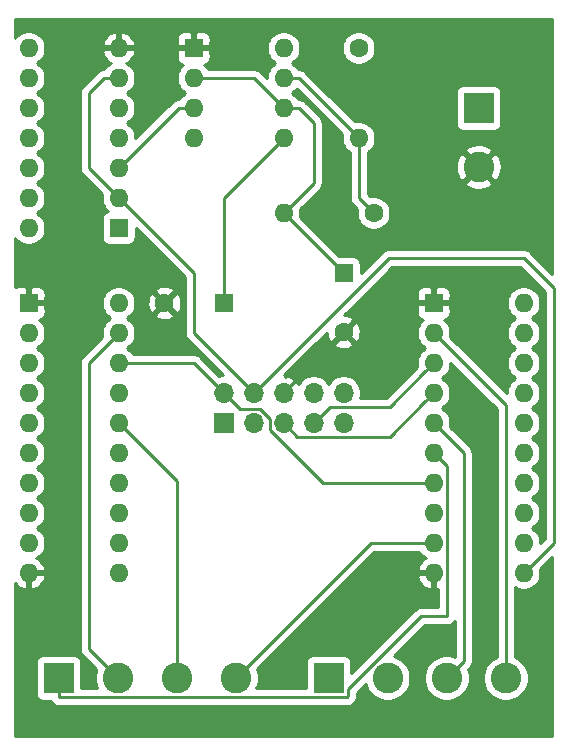
<source format=gbr>
G04 #@! TF.GenerationSoftware,KiCad,Pcbnew,(5.1.5-0-10_14)*
G04 #@! TF.CreationDate,2021-12-08T13:46:53-07:00*
G04 #@! TF.ProjectId,genesisctl,67656e65-7369-4736-9374-6c2e6b696361,rev?*
G04 #@! TF.SameCoordinates,Original*
G04 #@! TF.FileFunction,Copper,L1,Top*
G04 #@! TF.FilePolarity,Positive*
%FSLAX46Y46*%
G04 Gerber Fmt 4.6, Leading zero omitted, Abs format (unit mm)*
G04 Created by KiCad (PCBNEW (5.1.5-0-10_14)) date 2021-12-08 13:46:53*
%MOMM*%
%LPD*%
G04 APERTURE LIST*
%ADD10R,1.600000X1.600000*%
%ADD11O,1.600000X1.600000*%
%ADD12C,1.600000*%
%ADD13R,1.700000X1.700000*%
%ADD14O,1.700000X1.700000*%
%ADD15R,2.600000X2.600000*%
%ADD16C,2.600000*%
%ADD17C,0.800000*%
%ADD18C,0.250000*%
%ADD19C,0.254000*%
G04 APERTURE END LIST*
D10*
X198120000Y-50800000D03*
D11*
X190500000Y-35560000D03*
X198120000Y-48260000D03*
X190500000Y-38100000D03*
X198120000Y-45720000D03*
X190500000Y-40640000D03*
X198120000Y-43180000D03*
X190500000Y-43180000D03*
X198120000Y-40640000D03*
X190500000Y-45720000D03*
X198120000Y-38100000D03*
X190500000Y-48260000D03*
X198120000Y-35560000D03*
X190500000Y-50800000D03*
D10*
X204470000Y-35560000D03*
D11*
X212090000Y-43180000D03*
X204470000Y-38100000D03*
X212090000Y-40640000D03*
X204470000Y-40640000D03*
X212090000Y-38100000D03*
X204470000Y-43180000D03*
X212090000Y-35560000D03*
D10*
X207010000Y-57150000D03*
D12*
X202010000Y-57150000D03*
X217170000Y-59610000D03*
D10*
X217170000Y-54610000D03*
D13*
X207010000Y-67310000D03*
D14*
X207010000Y-64770000D03*
X209550000Y-67310000D03*
X209550000Y-64770000D03*
X212090000Y-67310000D03*
X212090000Y-64770000D03*
X214630000Y-67310000D03*
X214630000Y-64770000D03*
X217170000Y-67310000D03*
X217170000Y-64770000D03*
D15*
X228600000Y-40640000D03*
D16*
X228600000Y-45640000D03*
D15*
X215900000Y-88900000D03*
D16*
X220900000Y-88900000D03*
X225900000Y-88900000D03*
X230900000Y-88900000D03*
X208040000Y-88900000D03*
X203040000Y-88900000D03*
X198040000Y-88900000D03*
D15*
X193040000Y-88900000D03*
D11*
X218440000Y-43180000D03*
D12*
X218440000Y-35560000D03*
D11*
X212090000Y-49530000D03*
D12*
X219710000Y-49530000D03*
D10*
X190500000Y-57150000D03*
D11*
X198120000Y-80010000D03*
X190500000Y-59690000D03*
X198120000Y-77470000D03*
X190500000Y-62230000D03*
X198120000Y-74930000D03*
X190500000Y-64770000D03*
X198120000Y-72390000D03*
X190500000Y-67310000D03*
X198120000Y-69850000D03*
X190500000Y-69850000D03*
X198120000Y-67310000D03*
X190500000Y-72390000D03*
X198120000Y-64770000D03*
X190500000Y-74930000D03*
X198120000Y-62230000D03*
X190500000Y-77470000D03*
X198120000Y-59690000D03*
X190500000Y-80010000D03*
X198120000Y-57150000D03*
X232410000Y-57150000D03*
X224790000Y-80010000D03*
X232410000Y-59690000D03*
X224790000Y-77470000D03*
X232410000Y-62230000D03*
X224790000Y-74930000D03*
X232410000Y-64770000D03*
X224790000Y-72390000D03*
X232410000Y-67310000D03*
X224790000Y-69850000D03*
X232410000Y-69850000D03*
X224790000Y-67310000D03*
X232410000Y-72390000D03*
X224790000Y-64770000D03*
X232410000Y-74930000D03*
X224790000Y-62230000D03*
X232410000Y-77470000D03*
X224790000Y-59690000D03*
X232410000Y-80010000D03*
D10*
X224790000Y-57150000D03*
D17*
X228600000Y-55880000D03*
X228600000Y-50800000D03*
X220980000Y-82550000D03*
X224790000Y-86360000D03*
D18*
X207010000Y-48260000D02*
X207010000Y-57150000D01*
X212090000Y-43180000D02*
X207010000Y-48260000D01*
X212090000Y-64690000D02*
X212090000Y-64770000D01*
X217170000Y-59610000D02*
X212090000Y-64690000D01*
X209550000Y-38100000D02*
X212090000Y-40640000D01*
X204470000Y-38100000D02*
X209550000Y-38100000D01*
X212090000Y-40640000D02*
X213360000Y-40640000D01*
X213360000Y-40640000D02*
X214630000Y-41910000D01*
X214630000Y-46990000D02*
X212090000Y-49530000D01*
X214630000Y-41910000D02*
X214630000Y-46990000D01*
X217170000Y-54610000D02*
X212090000Y-49530000D01*
X204470000Y-62230000D02*
X207010000Y-64770000D01*
X198120000Y-62230000D02*
X204470000Y-62230000D01*
X223658630Y-72390000D02*
X224790000Y-72390000D01*
X215430998Y-72390000D02*
X223658630Y-72390000D01*
X210114001Y-66134999D02*
X210914999Y-66935997D01*
X210914999Y-67874001D02*
X215430998Y-72390000D01*
X210914999Y-66935997D02*
X210914999Y-67874001D01*
X208374999Y-66134999D02*
X210114001Y-66134999D01*
X207010000Y-64770000D02*
X208374999Y-66134999D01*
X198120000Y-38100000D02*
X196850000Y-38100000D01*
X196850000Y-38100000D02*
X195580000Y-39370000D01*
X195580000Y-45720000D02*
X198120000Y-48260000D01*
X195580000Y-39370000D02*
X195580000Y-45720000D01*
X198120000Y-48260000D02*
X204470000Y-54610000D01*
X204470000Y-59690000D02*
X209550000Y-64770000D01*
X204470000Y-54610000D02*
X204470000Y-59690000D01*
X209550000Y-64770000D02*
X220980000Y-53340000D01*
X220980000Y-53340000D02*
X232410000Y-53340000D01*
X232410000Y-53340000D02*
X234950000Y-55880000D01*
X234950000Y-77470000D02*
X232410000Y-80010000D01*
X234950000Y-55880000D02*
X234950000Y-77470000D01*
X223990001Y-65569999D02*
X224790000Y-64770000D01*
X213265001Y-68485001D02*
X221074999Y-68485001D01*
X221074999Y-68485001D02*
X223990001Y-65569999D01*
X212090000Y-67310000D02*
X213265001Y-68485001D01*
X223990001Y-63029999D02*
X224790000Y-62230000D01*
X221074999Y-65945001D02*
X223990001Y-63029999D01*
X215994999Y-65945001D02*
X221074999Y-65945001D01*
X214630000Y-67310000D02*
X215994999Y-65945001D01*
X224790000Y-67310000D02*
X227330000Y-69850000D01*
X227330000Y-87470000D02*
X225900000Y-88900000D01*
X227330000Y-69850000D02*
X227330000Y-87470000D01*
X230900000Y-65800000D02*
X230900000Y-88900000D01*
X224790000Y-59690000D02*
X230900000Y-65800000D01*
X219470000Y-77470000D02*
X208040000Y-88900000D01*
X224790000Y-77470000D02*
X219470000Y-77470000D01*
X203040000Y-72230000D02*
X203040000Y-88900000D01*
X198120000Y-67310000D02*
X203040000Y-72230000D01*
X198120000Y-59690000D02*
X195580000Y-62230000D01*
X195580000Y-86440000D02*
X198040000Y-88900000D01*
X195580000Y-62230000D02*
X195580000Y-86440000D01*
X225915001Y-70975001D02*
X225915001Y-83675001D01*
X224790000Y-69850000D02*
X225915001Y-70975001D01*
X193115001Y-90525001D02*
X193040000Y-90450000D01*
X217460001Y-90525001D02*
X193115001Y-90525001D01*
X193040000Y-90450000D02*
X193040000Y-88900000D01*
X217525001Y-90460001D02*
X217460001Y-90525001D01*
X217525001Y-89869997D02*
X217525001Y-90460001D01*
X223719997Y-83675001D02*
X217525001Y-89869997D01*
X225915001Y-83675001D02*
X223719997Y-83675001D01*
X213360000Y-38100000D02*
X218440000Y-43180000D01*
X212090000Y-38100000D02*
X213360000Y-38100000D01*
X218440000Y-48260000D02*
X219710000Y-49530000D01*
X218440000Y-43180000D02*
X218440000Y-48260000D01*
X203200000Y-40640000D02*
X198120000Y-45720000D01*
X204470000Y-40640000D02*
X203200000Y-40640000D01*
D19*
G36*
X234823000Y-54678198D02*
G01*
X232973804Y-52829003D01*
X232950001Y-52799999D01*
X232834276Y-52705026D01*
X232702247Y-52634454D01*
X232558986Y-52590997D01*
X232447333Y-52580000D01*
X232447322Y-52580000D01*
X232410000Y-52576324D01*
X232372678Y-52580000D01*
X221017322Y-52580000D01*
X220979999Y-52576324D01*
X220942677Y-52580000D01*
X220942667Y-52580000D01*
X220831014Y-52590997D01*
X220687753Y-52634454D01*
X220555723Y-52705026D01*
X220472083Y-52773668D01*
X220439999Y-52799999D01*
X220416201Y-52828997D01*
X218608072Y-54637126D01*
X218608072Y-53810000D01*
X218595812Y-53685518D01*
X218559502Y-53565820D01*
X218500537Y-53455506D01*
X218421185Y-53358815D01*
X218324494Y-53279463D01*
X218214180Y-53220498D01*
X218094482Y-53184188D01*
X217970000Y-53171928D01*
X216806730Y-53171928D01*
X213488688Y-49853887D01*
X213525000Y-49671335D01*
X213525000Y-49388665D01*
X213488688Y-49206114D01*
X215141008Y-47553795D01*
X215170001Y-47530001D01*
X215193795Y-47501008D01*
X215193799Y-47501004D01*
X215264973Y-47414277D01*
X215264974Y-47414276D01*
X215335546Y-47282247D01*
X215379003Y-47138986D01*
X215390000Y-47027333D01*
X215390000Y-47027324D01*
X215393676Y-46990001D01*
X215390000Y-46952678D01*
X215390000Y-41947322D01*
X215393676Y-41909999D01*
X215390000Y-41872676D01*
X215390000Y-41872667D01*
X215379003Y-41761014D01*
X215335546Y-41617753D01*
X215264974Y-41485724D01*
X215170001Y-41369999D01*
X215141004Y-41346202D01*
X213923804Y-40129003D01*
X213900001Y-40099999D01*
X213784276Y-40005026D01*
X213652247Y-39934454D01*
X213508986Y-39890997D01*
X213397333Y-39880000D01*
X213397322Y-39880000D01*
X213360000Y-39876324D01*
X213322678Y-39880000D01*
X213308043Y-39880000D01*
X213204637Y-39725241D01*
X213004759Y-39525363D01*
X212772241Y-39370000D01*
X213004759Y-39214637D01*
X213202297Y-39017099D01*
X217041312Y-42856114D01*
X217005000Y-43038665D01*
X217005000Y-43321335D01*
X217060147Y-43598574D01*
X217168320Y-43859727D01*
X217325363Y-44094759D01*
X217525241Y-44294637D01*
X217680000Y-44398044D01*
X217680001Y-48222667D01*
X217676324Y-48260000D01*
X217680001Y-48297333D01*
X217690998Y-48408986D01*
X217704180Y-48452442D01*
X217734454Y-48552246D01*
X217805026Y-48684276D01*
X217872362Y-48766324D01*
X217900000Y-48800001D01*
X217928998Y-48823799D01*
X218311312Y-49206114D01*
X218275000Y-49388665D01*
X218275000Y-49671335D01*
X218330147Y-49948574D01*
X218438320Y-50209727D01*
X218595363Y-50444759D01*
X218795241Y-50644637D01*
X219030273Y-50801680D01*
X219291426Y-50909853D01*
X219568665Y-50965000D01*
X219851335Y-50965000D01*
X220128574Y-50909853D01*
X220389727Y-50801680D01*
X220624759Y-50644637D01*
X220824637Y-50444759D01*
X220981680Y-50209727D01*
X221089853Y-49948574D01*
X221145000Y-49671335D01*
X221145000Y-49388665D01*
X221089853Y-49111426D01*
X220981680Y-48850273D01*
X220824637Y-48615241D01*
X220624759Y-48415363D01*
X220389727Y-48258320D01*
X220128574Y-48150147D01*
X219851335Y-48095000D01*
X219568665Y-48095000D01*
X219386114Y-48131312D01*
X219200000Y-47945199D01*
X219200000Y-46989224D01*
X227430381Y-46989224D01*
X227562317Y-47284312D01*
X227903045Y-47455159D01*
X228270557Y-47556250D01*
X228650729Y-47583701D01*
X229028951Y-47536457D01*
X229390690Y-47416333D01*
X229637683Y-47284312D01*
X229769619Y-46989224D01*
X228600000Y-45819605D01*
X227430381Y-46989224D01*
X219200000Y-46989224D01*
X219200000Y-45690729D01*
X226656299Y-45690729D01*
X226703543Y-46068951D01*
X226823667Y-46430690D01*
X226955688Y-46677683D01*
X227250776Y-46809619D01*
X228420395Y-45640000D01*
X228779605Y-45640000D01*
X229949224Y-46809619D01*
X230244312Y-46677683D01*
X230415159Y-46336955D01*
X230516250Y-45969443D01*
X230543701Y-45589271D01*
X230496457Y-45211049D01*
X230376333Y-44849310D01*
X230244312Y-44602317D01*
X229949224Y-44470381D01*
X228779605Y-45640000D01*
X228420395Y-45640000D01*
X227250776Y-44470381D01*
X226955688Y-44602317D01*
X226784841Y-44943045D01*
X226683750Y-45310557D01*
X226656299Y-45690729D01*
X219200000Y-45690729D01*
X219200000Y-44398043D01*
X219354759Y-44294637D01*
X219358620Y-44290776D01*
X227430381Y-44290776D01*
X228600000Y-45460395D01*
X229769619Y-44290776D01*
X229637683Y-43995688D01*
X229296955Y-43824841D01*
X228929443Y-43723750D01*
X228549271Y-43696299D01*
X228171049Y-43743543D01*
X227809310Y-43863667D01*
X227562317Y-43995688D01*
X227430381Y-44290776D01*
X219358620Y-44290776D01*
X219554637Y-44094759D01*
X219711680Y-43859727D01*
X219819853Y-43598574D01*
X219875000Y-43321335D01*
X219875000Y-43038665D01*
X219819853Y-42761426D01*
X219711680Y-42500273D01*
X219554637Y-42265241D01*
X219354759Y-42065363D01*
X219119727Y-41908320D01*
X218858574Y-41800147D01*
X218581335Y-41745000D01*
X218298665Y-41745000D01*
X218116114Y-41781312D01*
X215674802Y-39340000D01*
X226661928Y-39340000D01*
X226661928Y-41940000D01*
X226674188Y-42064482D01*
X226710498Y-42184180D01*
X226769463Y-42294494D01*
X226848815Y-42391185D01*
X226945506Y-42470537D01*
X227055820Y-42529502D01*
X227175518Y-42565812D01*
X227300000Y-42578072D01*
X229900000Y-42578072D01*
X230024482Y-42565812D01*
X230144180Y-42529502D01*
X230254494Y-42470537D01*
X230351185Y-42391185D01*
X230430537Y-42294494D01*
X230489502Y-42184180D01*
X230525812Y-42064482D01*
X230538072Y-41940000D01*
X230538072Y-39340000D01*
X230525812Y-39215518D01*
X230489502Y-39095820D01*
X230430537Y-38985506D01*
X230351185Y-38888815D01*
X230254494Y-38809463D01*
X230144180Y-38750498D01*
X230024482Y-38714188D01*
X229900000Y-38701928D01*
X227300000Y-38701928D01*
X227175518Y-38714188D01*
X227055820Y-38750498D01*
X226945506Y-38809463D01*
X226848815Y-38888815D01*
X226769463Y-38985506D01*
X226710498Y-39095820D01*
X226674188Y-39215518D01*
X226661928Y-39340000D01*
X215674802Y-39340000D01*
X213923804Y-37589003D01*
X213900001Y-37559999D01*
X213784276Y-37465026D01*
X213652247Y-37394454D01*
X213508986Y-37350997D01*
X213397333Y-37340000D01*
X213397322Y-37340000D01*
X213360000Y-37336324D01*
X213322678Y-37340000D01*
X213308043Y-37340000D01*
X213204637Y-37185241D01*
X213004759Y-36985363D01*
X212772241Y-36830000D01*
X213004759Y-36674637D01*
X213204637Y-36474759D01*
X213361680Y-36239727D01*
X213469853Y-35978574D01*
X213525000Y-35701335D01*
X213525000Y-35418665D01*
X217005000Y-35418665D01*
X217005000Y-35701335D01*
X217060147Y-35978574D01*
X217168320Y-36239727D01*
X217325363Y-36474759D01*
X217525241Y-36674637D01*
X217760273Y-36831680D01*
X218021426Y-36939853D01*
X218298665Y-36995000D01*
X218581335Y-36995000D01*
X218858574Y-36939853D01*
X219119727Y-36831680D01*
X219354759Y-36674637D01*
X219554637Y-36474759D01*
X219711680Y-36239727D01*
X219819853Y-35978574D01*
X219875000Y-35701335D01*
X219875000Y-35418665D01*
X219819853Y-35141426D01*
X219711680Y-34880273D01*
X219554637Y-34645241D01*
X219354759Y-34445363D01*
X219119727Y-34288320D01*
X218858574Y-34180147D01*
X218581335Y-34125000D01*
X218298665Y-34125000D01*
X218021426Y-34180147D01*
X217760273Y-34288320D01*
X217525241Y-34445363D01*
X217325363Y-34645241D01*
X217168320Y-34880273D01*
X217060147Y-35141426D01*
X217005000Y-35418665D01*
X213525000Y-35418665D01*
X213469853Y-35141426D01*
X213361680Y-34880273D01*
X213204637Y-34645241D01*
X213004759Y-34445363D01*
X212769727Y-34288320D01*
X212508574Y-34180147D01*
X212231335Y-34125000D01*
X211948665Y-34125000D01*
X211671426Y-34180147D01*
X211410273Y-34288320D01*
X211175241Y-34445363D01*
X210975363Y-34645241D01*
X210818320Y-34880273D01*
X210710147Y-35141426D01*
X210655000Y-35418665D01*
X210655000Y-35701335D01*
X210710147Y-35978574D01*
X210818320Y-36239727D01*
X210975363Y-36474759D01*
X211175241Y-36674637D01*
X211407759Y-36830000D01*
X211175241Y-36985363D01*
X210975363Y-37185241D01*
X210818320Y-37420273D01*
X210710147Y-37681426D01*
X210655000Y-37958665D01*
X210655000Y-38130199D01*
X210113804Y-37589003D01*
X210090001Y-37559999D01*
X209974276Y-37465026D01*
X209842247Y-37394454D01*
X209698986Y-37350997D01*
X209587333Y-37340000D01*
X209587322Y-37340000D01*
X209550000Y-37336324D01*
X209512678Y-37340000D01*
X205688043Y-37340000D01*
X205584637Y-37185241D01*
X205386039Y-36986643D01*
X205394482Y-36985812D01*
X205514180Y-36949502D01*
X205624494Y-36890537D01*
X205721185Y-36811185D01*
X205800537Y-36714494D01*
X205859502Y-36604180D01*
X205895812Y-36484482D01*
X205908072Y-36360000D01*
X205905000Y-35845750D01*
X205746250Y-35687000D01*
X204597000Y-35687000D01*
X204597000Y-35707000D01*
X204343000Y-35707000D01*
X204343000Y-35687000D01*
X203193750Y-35687000D01*
X203035000Y-35845750D01*
X203031928Y-36360000D01*
X203044188Y-36484482D01*
X203080498Y-36604180D01*
X203139463Y-36714494D01*
X203218815Y-36811185D01*
X203315506Y-36890537D01*
X203425820Y-36949502D01*
X203545518Y-36985812D01*
X203553961Y-36986643D01*
X203355363Y-37185241D01*
X203198320Y-37420273D01*
X203090147Y-37681426D01*
X203035000Y-37958665D01*
X203035000Y-38241335D01*
X203090147Y-38518574D01*
X203198320Y-38779727D01*
X203355363Y-39014759D01*
X203555241Y-39214637D01*
X203787759Y-39370000D01*
X203555241Y-39525363D01*
X203355363Y-39725241D01*
X203251957Y-39880000D01*
X203237323Y-39880000D01*
X203200000Y-39876324D01*
X203162677Y-39880000D01*
X203162667Y-39880000D01*
X203051014Y-39890997D01*
X202909912Y-39933799D01*
X202907753Y-39934454D01*
X202775723Y-40005026D01*
X202692083Y-40073668D01*
X202659999Y-40099999D01*
X202636202Y-40128996D01*
X199555000Y-43210199D01*
X199555000Y-43038665D01*
X199499853Y-42761426D01*
X199391680Y-42500273D01*
X199234637Y-42265241D01*
X199034759Y-42065363D01*
X198802241Y-41910000D01*
X199034759Y-41754637D01*
X199234637Y-41554759D01*
X199391680Y-41319727D01*
X199499853Y-41058574D01*
X199555000Y-40781335D01*
X199555000Y-40498665D01*
X199499853Y-40221426D01*
X199391680Y-39960273D01*
X199234637Y-39725241D01*
X199034759Y-39525363D01*
X198802241Y-39370000D01*
X199034759Y-39214637D01*
X199234637Y-39014759D01*
X199391680Y-38779727D01*
X199499853Y-38518574D01*
X199555000Y-38241335D01*
X199555000Y-37958665D01*
X199499853Y-37681426D01*
X199391680Y-37420273D01*
X199234637Y-37185241D01*
X199034759Y-36985363D01*
X198799727Y-36828320D01*
X198789135Y-36823933D01*
X198975131Y-36712385D01*
X199183519Y-36523414D01*
X199351037Y-36297420D01*
X199471246Y-36043087D01*
X199511904Y-35909039D01*
X199389915Y-35687000D01*
X198247000Y-35687000D01*
X198247000Y-35707000D01*
X197993000Y-35707000D01*
X197993000Y-35687000D01*
X196850085Y-35687000D01*
X196728096Y-35909039D01*
X196768754Y-36043087D01*
X196888963Y-36297420D01*
X197056481Y-36523414D01*
X197264869Y-36712385D01*
X197450865Y-36823933D01*
X197440273Y-36828320D01*
X197205241Y-36985363D01*
X197005363Y-37185241D01*
X196901957Y-37340000D01*
X196887322Y-37340000D01*
X196849999Y-37336324D01*
X196812676Y-37340000D01*
X196812667Y-37340000D01*
X196701014Y-37350997D01*
X196557753Y-37394454D01*
X196425724Y-37465026D01*
X196309999Y-37559999D01*
X196286201Y-37588997D01*
X195069003Y-38806196D01*
X195039999Y-38829999D01*
X194984871Y-38897174D01*
X194945026Y-38945724D01*
X194923762Y-38985506D01*
X194874454Y-39077754D01*
X194830997Y-39221015D01*
X194820000Y-39332668D01*
X194820000Y-39332678D01*
X194816324Y-39370000D01*
X194820000Y-39407323D01*
X194820001Y-45682668D01*
X194816324Y-45720000D01*
X194820001Y-45757333D01*
X194830245Y-45861335D01*
X194830998Y-45868985D01*
X194874454Y-46012246D01*
X194945026Y-46144276D01*
X195012362Y-46226324D01*
X195040000Y-46260001D01*
X195068998Y-46283799D01*
X196721312Y-47936114D01*
X196685000Y-48118665D01*
X196685000Y-48401335D01*
X196740147Y-48678574D01*
X196848320Y-48939727D01*
X197005363Y-49174759D01*
X197203961Y-49373357D01*
X197195518Y-49374188D01*
X197075820Y-49410498D01*
X196965506Y-49469463D01*
X196868815Y-49548815D01*
X196789463Y-49645506D01*
X196730498Y-49755820D01*
X196694188Y-49875518D01*
X196681928Y-50000000D01*
X196681928Y-51600000D01*
X196694188Y-51724482D01*
X196730498Y-51844180D01*
X196789463Y-51954494D01*
X196868815Y-52051185D01*
X196965506Y-52130537D01*
X197075820Y-52189502D01*
X197195518Y-52225812D01*
X197320000Y-52238072D01*
X198920000Y-52238072D01*
X199044482Y-52225812D01*
X199164180Y-52189502D01*
X199274494Y-52130537D01*
X199371185Y-52051185D01*
X199450537Y-51954494D01*
X199509502Y-51844180D01*
X199545812Y-51724482D01*
X199558072Y-51600000D01*
X199558072Y-50772873D01*
X203710000Y-54924802D01*
X203710001Y-59652668D01*
X203706324Y-59690000D01*
X203710001Y-59727333D01*
X203720998Y-59838986D01*
X203734180Y-59882442D01*
X203764454Y-59982246D01*
X203835026Y-60114276D01*
X203906201Y-60201002D01*
X203930000Y-60230001D01*
X203958998Y-60253799D01*
X206990198Y-63285000D01*
X206863740Y-63285000D01*
X206643593Y-63328790D01*
X205033804Y-61719003D01*
X205010001Y-61689999D01*
X204894276Y-61595026D01*
X204762247Y-61524454D01*
X204618986Y-61480997D01*
X204507333Y-61470000D01*
X204507322Y-61470000D01*
X204470000Y-61466324D01*
X204432678Y-61470000D01*
X199338043Y-61470000D01*
X199234637Y-61315241D01*
X199034759Y-61115363D01*
X198802241Y-60960000D01*
X199034759Y-60804637D01*
X199234637Y-60604759D01*
X199391680Y-60369727D01*
X199499853Y-60108574D01*
X199555000Y-59831335D01*
X199555000Y-59548665D01*
X199499853Y-59271426D01*
X199391680Y-59010273D01*
X199234637Y-58775241D01*
X199034759Y-58575363D01*
X198802241Y-58420000D01*
X199034759Y-58264637D01*
X199156694Y-58142702D01*
X201196903Y-58142702D01*
X201268486Y-58386671D01*
X201523996Y-58507571D01*
X201798184Y-58576300D01*
X202080512Y-58590217D01*
X202360130Y-58548787D01*
X202626292Y-58453603D01*
X202751514Y-58386671D01*
X202823097Y-58142702D01*
X202010000Y-57329605D01*
X201196903Y-58142702D01*
X199156694Y-58142702D01*
X199234637Y-58064759D01*
X199391680Y-57829727D01*
X199499853Y-57568574D01*
X199555000Y-57291335D01*
X199555000Y-57220512D01*
X200569783Y-57220512D01*
X200611213Y-57500130D01*
X200706397Y-57766292D01*
X200773329Y-57891514D01*
X201017298Y-57963097D01*
X201830395Y-57150000D01*
X202189605Y-57150000D01*
X203002702Y-57963097D01*
X203246671Y-57891514D01*
X203367571Y-57636004D01*
X203436300Y-57361816D01*
X203450217Y-57079488D01*
X203408787Y-56799870D01*
X203313603Y-56533708D01*
X203246671Y-56408486D01*
X203002702Y-56336903D01*
X202189605Y-57150000D01*
X201830395Y-57150000D01*
X201017298Y-56336903D01*
X200773329Y-56408486D01*
X200652429Y-56663996D01*
X200583700Y-56938184D01*
X200569783Y-57220512D01*
X199555000Y-57220512D01*
X199555000Y-57008665D01*
X199499853Y-56731426D01*
X199391680Y-56470273D01*
X199234637Y-56235241D01*
X199156694Y-56157298D01*
X201196903Y-56157298D01*
X202010000Y-56970395D01*
X202823097Y-56157298D01*
X202751514Y-55913329D01*
X202496004Y-55792429D01*
X202221816Y-55723700D01*
X201939488Y-55709783D01*
X201659870Y-55751213D01*
X201393708Y-55846397D01*
X201268486Y-55913329D01*
X201196903Y-56157298D01*
X199156694Y-56157298D01*
X199034759Y-56035363D01*
X198799727Y-55878320D01*
X198538574Y-55770147D01*
X198261335Y-55715000D01*
X197978665Y-55715000D01*
X197701426Y-55770147D01*
X197440273Y-55878320D01*
X197205241Y-56035363D01*
X197005363Y-56235241D01*
X196848320Y-56470273D01*
X196740147Y-56731426D01*
X196685000Y-57008665D01*
X196685000Y-57291335D01*
X196740147Y-57568574D01*
X196848320Y-57829727D01*
X197005363Y-58064759D01*
X197205241Y-58264637D01*
X197437759Y-58420000D01*
X197205241Y-58575363D01*
X197005363Y-58775241D01*
X196848320Y-59010273D01*
X196740147Y-59271426D01*
X196685000Y-59548665D01*
X196685000Y-59831335D01*
X196721312Y-60013886D01*
X195069003Y-61666196D01*
X195039999Y-61689999D01*
X194984871Y-61757174D01*
X194945026Y-61805724D01*
X194874455Y-61937753D01*
X194874454Y-61937754D01*
X194830997Y-62081015D01*
X194820000Y-62192668D01*
X194820000Y-62192678D01*
X194816324Y-62230000D01*
X194820000Y-62267322D01*
X194820001Y-86402667D01*
X194816324Y-86440000D01*
X194830998Y-86588985D01*
X194874454Y-86732246D01*
X194945026Y-86864276D01*
X194998965Y-86930000D01*
X195040000Y-86980001D01*
X195068998Y-87003799D01*
X196244213Y-88179014D01*
X196179361Y-88335581D01*
X196105000Y-88709419D01*
X196105000Y-89090581D01*
X196179361Y-89464419D01*
X196303866Y-89765001D01*
X194978072Y-89765001D01*
X194978072Y-87600000D01*
X194965812Y-87475518D01*
X194929502Y-87355820D01*
X194870537Y-87245506D01*
X194791185Y-87148815D01*
X194694494Y-87069463D01*
X194584180Y-87010498D01*
X194464482Y-86974188D01*
X194340000Y-86961928D01*
X191740000Y-86961928D01*
X191615518Y-86974188D01*
X191495820Y-87010498D01*
X191385506Y-87069463D01*
X191288815Y-87148815D01*
X191209463Y-87245506D01*
X191150498Y-87355820D01*
X191114188Y-87475518D01*
X191101928Y-87600000D01*
X191101928Y-90200000D01*
X191114188Y-90324482D01*
X191150498Y-90444180D01*
X191209463Y-90554494D01*
X191288815Y-90651185D01*
X191385506Y-90730537D01*
X191495820Y-90789502D01*
X191615518Y-90825812D01*
X191740000Y-90838072D01*
X192385674Y-90838072D01*
X192405026Y-90874276D01*
X192413234Y-90884277D01*
X192499999Y-90990001D01*
X192529000Y-91013802D01*
X192551200Y-91036002D01*
X192575000Y-91065002D01*
X192690725Y-91159975D01*
X192822754Y-91230547D01*
X192966015Y-91274004D01*
X193077668Y-91285001D01*
X193077678Y-91285001D01*
X193115000Y-91288677D01*
X193152323Y-91285001D01*
X217422679Y-91285001D01*
X217460001Y-91288677D01*
X217497323Y-91285001D01*
X217497334Y-91285001D01*
X217608987Y-91274004D01*
X217752248Y-91230547D01*
X217884277Y-91159975D01*
X218000002Y-91065002D01*
X218023805Y-91035998D01*
X218035998Y-91023805D01*
X218065002Y-91000002D01*
X218159975Y-90884277D01*
X218230547Y-90752248D01*
X218274004Y-90608987D01*
X218285001Y-90497334D01*
X218285001Y-90497323D01*
X218288677Y-90460001D01*
X218285001Y-90422678D01*
X218285001Y-90184798D01*
X219033723Y-89436076D01*
X219039361Y-89464419D01*
X219185225Y-89816566D01*
X219396987Y-90133491D01*
X219666509Y-90403013D01*
X219983434Y-90614775D01*
X220335581Y-90760639D01*
X220709419Y-90835000D01*
X221090581Y-90835000D01*
X221464419Y-90760639D01*
X221816566Y-90614775D01*
X222133491Y-90403013D01*
X222403013Y-90133491D01*
X222614775Y-89816566D01*
X222760639Y-89464419D01*
X222835000Y-89090581D01*
X222835000Y-88709419D01*
X222760639Y-88335581D01*
X222614775Y-87983434D01*
X222403013Y-87666509D01*
X222133491Y-87396987D01*
X221816566Y-87185225D01*
X221464419Y-87039361D01*
X221436076Y-87033723D01*
X224034799Y-84435001D01*
X225877668Y-84435001D01*
X225915001Y-84438678D01*
X226063987Y-84424004D01*
X226207248Y-84380547D01*
X226339277Y-84309975D01*
X226455002Y-84215002D01*
X226549975Y-84099277D01*
X226570001Y-84061812D01*
X226570001Y-87083094D01*
X226464419Y-87039361D01*
X226090581Y-86965000D01*
X225709419Y-86965000D01*
X225335581Y-87039361D01*
X224983434Y-87185225D01*
X224666509Y-87396987D01*
X224396987Y-87666509D01*
X224185225Y-87983434D01*
X224039361Y-88335581D01*
X223965000Y-88709419D01*
X223965000Y-89090581D01*
X224039361Y-89464419D01*
X224185225Y-89816566D01*
X224396987Y-90133491D01*
X224666509Y-90403013D01*
X224983434Y-90614775D01*
X225335581Y-90760639D01*
X225709419Y-90835000D01*
X226090581Y-90835000D01*
X226464419Y-90760639D01*
X226816566Y-90614775D01*
X227133491Y-90403013D01*
X227403013Y-90133491D01*
X227614775Y-89816566D01*
X227760639Y-89464419D01*
X227835000Y-89090581D01*
X227835000Y-88709419D01*
X227760639Y-88335581D01*
X227695787Y-88179015D01*
X227841008Y-88033795D01*
X227870001Y-88010001D01*
X227893795Y-87981008D01*
X227893799Y-87981004D01*
X227964973Y-87894277D01*
X227964974Y-87894276D01*
X228035546Y-87762247D01*
X228079003Y-87618986D01*
X228090000Y-87507333D01*
X228090000Y-87507324D01*
X228093676Y-87470001D01*
X228090000Y-87432678D01*
X228090000Y-69887322D01*
X228093676Y-69849999D01*
X228090000Y-69812676D01*
X228090000Y-69812667D01*
X228079003Y-69701014D01*
X228035546Y-69557753D01*
X227964974Y-69425724D01*
X227951811Y-69409685D01*
X227893799Y-69338996D01*
X227893795Y-69338992D01*
X227870001Y-69309999D01*
X227841009Y-69286206D01*
X226188688Y-67633886D01*
X226225000Y-67451335D01*
X226225000Y-67168665D01*
X226169853Y-66891426D01*
X226061680Y-66630273D01*
X225904637Y-66395241D01*
X225704759Y-66195363D01*
X225472241Y-66040000D01*
X225704759Y-65884637D01*
X225904637Y-65684759D01*
X226061680Y-65449727D01*
X226169853Y-65188574D01*
X226225000Y-64911335D01*
X226225000Y-64628665D01*
X226169853Y-64351426D01*
X226061680Y-64090273D01*
X225904637Y-63855241D01*
X225704759Y-63655363D01*
X225472241Y-63500000D01*
X225704759Y-63344637D01*
X225904637Y-63144759D01*
X226061680Y-62909727D01*
X226169853Y-62648574D01*
X226225000Y-62371335D01*
X226225000Y-62199801D01*
X230140000Y-66114802D01*
X230140001Y-87120373D01*
X229983434Y-87185225D01*
X229666509Y-87396987D01*
X229396987Y-87666509D01*
X229185225Y-87983434D01*
X229039361Y-88335581D01*
X228965000Y-88709419D01*
X228965000Y-89090581D01*
X229039361Y-89464419D01*
X229185225Y-89816566D01*
X229396987Y-90133491D01*
X229666509Y-90403013D01*
X229983434Y-90614775D01*
X230335581Y-90760639D01*
X230709419Y-90835000D01*
X231090581Y-90835000D01*
X231464419Y-90760639D01*
X231816566Y-90614775D01*
X232133491Y-90403013D01*
X232403013Y-90133491D01*
X232614775Y-89816566D01*
X232760639Y-89464419D01*
X232835000Y-89090581D01*
X232835000Y-88709419D01*
X232760639Y-88335581D01*
X232614775Y-87983434D01*
X232403013Y-87666509D01*
X232133491Y-87396987D01*
X231816566Y-87185225D01*
X231660000Y-87120373D01*
X231660000Y-81234725D01*
X231730273Y-81281680D01*
X231991426Y-81389853D01*
X232268665Y-81445000D01*
X232551335Y-81445000D01*
X232828574Y-81389853D01*
X233089727Y-81281680D01*
X233324759Y-81124637D01*
X233524637Y-80924759D01*
X233681680Y-80689727D01*
X233789853Y-80428574D01*
X233845000Y-80151335D01*
X233845000Y-79868665D01*
X233808688Y-79686114D01*
X234823000Y-78671803D01*
X234823000Y-93853000D01*
X189357000Y-93853000D01*
X189357000Y-80866188D01*
X189436481Y-80973414D01*
X189644869Y-81162385D01*
X189886119Y-81307070D01*
X190150960Y-81401909D01*
X190373000Y-81280624D01*
X190373000Y-80137000D01*
X190627000Y-80137000D01*
X190627000Y-81280624D01*
X190849040Y-81401909D01*
X191113881Y-81307070D01*
X191355131Y-81162385D01*
X191563519Y-80973414D01*
X191731037Y-80747420D01*
X191851246Y-80493087D01*
X191891904Y-80359039D01*
X191769915Y-80137000D01*
X190627000Y-80137000D01*
X190373000Y-80137000D01*
X190353000Y-80137000D01*
X190353000Y-79883000D01*
X190373000Y-79883000D01*
X190373000Y-79863000D01*
X190627000Y-79863000D01*
X190627000Y-79883000D01*
X191769915Y-79883000D01*
X191891904Y-79660961D01*
X191851246Y-79526913D01*
X191731037Y-79272580D01*
X191563519Y-79046586D01*
X191355131Y-78857615D01*
X191169135Y-78746067D01*
X191179727Y-78741680D01*
X191414759Y-78584637D01*
X191614637Y-78384759D01*
X191771680Y-78149727D01*
X191879853Y-77888574D01*
X191935000Y-77611335D01*
X191935000Y-77328665D01*
X191879853Y-77051426D01*
X191771680Y-76790273D01*
X191614637Y-76555241D01*
X191414759Y-76355363D01*
X191182241Y-76200000D01*
X191414759Y-76044637D01*
X191614637Y-75844759D01*
X191771680Y-75609727D01*
X191879853Y-75348574D01*
X191935000Y-75071335D01*
X191935000Y-74788665D01*
X191879853Y-74511426D01*
X191771680Y-74250273D01*
X191614637Y-74015241D01*
X191414759Y-73815363D01*
X191182241Y-73660000D01*
X191414759Y-73504637D01*
X191614637Y-73304759D01*
X191771680Y-73069727D01*
X191879853Y-72808574D01*
X191935000Y-72531335D01*
X191935000Y-72248665D01*
X191879853Y-71971426D01*
X191771680Y-71710273D01*
X191614637Y-71475241D01*
X191414759Y-71275363D01*
X191182241Y-71120000D01*
X191414759Y-70964637D01*
X191614637Y-70764759D01*
X191771680Y-70529727D01*
X191879853Y-70268574D01*
X191935000Y-69991335D01*
X191935000Y-69708665D01*
X191879853Y-69431426D01*
X191771680Y-69170273D01*
X191614637Y-68935241D01*
X191414759Y-68735363D01*
X191182241Y-68580000D01*
X191414759Y-68424637D01*
X191614637Y-68224759D01*
X191771680Y-67989727D01*
X191879853Y-67728574D01*
X191935000Y-67451335D01*
X191935000Y-67168665D01*
X191879853Y-66891426D01*
X191771680Y-66630273D01*
X191614637Y-66395241D01*
X191414759Y-66195363D01*
X191182241Y-66040000D01*
X191414759Y-65884637D01*
X191614637Y-65684759D01*
X191771680Y-65449727D01*
X191879853Y-65188574D01*
X191935000Y-64911335D01*
X191935000Y-64628665D01*
X191879853Y-64351426D01*
X191771680Y-64090273D01*
X191614637Y-63855241D01*
X191414759Y-63655363D01*
X191182241Y-63500000D01*
X191414759Y-63344637D01*
X191614637Y-63144759D01*
X191771680Y-62909727D01*
X191879853Y-62648574D01*
X191935000Y-62371335D01*
X191935000Y-62088665D01*
X191879853Y-61811426D01*
X191771680Y-61550273D01*
X191614637Y-61315241D01*
X191414759Y-61115363D01*
X191182241Y-60960000D01*
X191414759Y-60804637D01*
X191614637Y-60604759D01*
X191771680Y-60369727D01*
X191879853Y-60108574D01*
X191935000Y-59831335D01*
X191935000Y-59548665D01*
X191879853Y-59271426D01*
X191771680Y-59010273D01*
X191614637Y-58775241D01*
X191416039Y-58576643D01*
X191424482Y-58575812D01*
X191544180Y-58539502D01*
X191654494Y-58480537D01*
X191751185Y-58401185D01*
X191830537Y-58304494D01*
X191889502Y-58194180D01*
X191925812Y-58074482D01*
X191938072Y-57950000D01*
X191935000Y-57435750D01*
X191776250Y-57277000D01*
X190627000Y-57277000D01*
X190627000Y-57297000D01*
X190373000Y-57297000D01*
X190373000Y-57277000D01*
X190353000Y-57277000D01*
X190353000Y-57023000D01*
X190373000Y-57023000D01*
X190373000Y-55873750D01*
X190627000Y-55873750D01*
X190627000Y-57023000D01*
X191776250Y-57023000D01*
X191935000Y-56864250D01*
X191938072Y-56350000D01*
X191925812Y-56225518D01*
X191889502Y-56105820D01*
X191830537Y-55995506D01*
X191751185Y-55898815D01*
X191654494Y-55819463D01*
X191544180Y-55760498D01*
X191424482Y-55724188D01*
X191300000Y-55711928D01*
X190785750Y-55715000D01*
X190627000Y-55873750D01*
X190373000Y-55873750D01*
X190214250Y-55715000D01*
X189700000Y-55711928D01*
X189575518Y-55724188D01*
X189455820Y-55760498D01*
X189357000Y-55813319D01*
X189357000Y-51672311D01*
X189385363Y-51714759D01*
X189585241Y-51914637D01*
X189820273Y-52071680D01*
X190081426Y-52179853D01*
X190358665Y-52235000D01*
X190641335Y-52235000D01*
X190918574Y-52179853D01*
X191179727Y-52071680D01*
X191414759Y-51914637D01*
X191614637Y-51714759D01*
X191771680Y-51479727D01*
X191879853Y-51218574D01*
X191935000Y-50941335D01*
X191935000Y-50658665D01*
X191879853Y-50381426D01*
X191771680Y-50120273D01*
X191614637Y-49885241D01*
X191414759Y-49685363D01*
X191182241Y-49530000D01*
X191414759Y-49374637D01*
X191614637Y-49174759D01*
X191771680Y-48939727D01*
X191879853Y-48678574D01*
X191935000Y-48401335D01*
X191935000Y-48118665D01*
X191879853Y-47841426D01*
X191771680Y-47580273D01*
X191614637Y-47345241D01*
X191414759Y-47145363D01*
X191182241Y-46990000D01*
X191414759Y-46834637D01*
X191614637Y-46634759D01*
X191771680Y-46399727D01*
X191879853Y-46138574D01*
X191935000Y-45861335D01*
X191935000Y-45578665D01*
X191879853Y-45301426D01*
X191771680Y-45040273D01*
X191614637Y-44805241D01*
X191414759Y-44605363D01*
X191182241Y-44450000D01*
X191414759Y-44294637D01*
X191614637Y-44094759D01*
X191771680Y-43859727D01*
X191879853Y-43598574D01*
X191935000Y-43321335D01*
X191935000Y-43038665D01*
X191879853Y-42761426D01*
X191771680Y-42500273D01*
X191614637Y-42265241D01*
X191414759Y-42065363D01*
X191182241Y-41910000D01*
X191414759Y-41754637D01*
X191614637Y-41554759D01*
X191771680Y-41319727D01*
X191879853Y-41058574D01*
X191935000Y-40781335D01*
X191935000Y-40498665D01*
X191879853Y-40221426D01*
X191771680Y-39960273D01*
X191614637Y-39725241D01*
X191414759Y-39525363D01*
X191182241Y-39370000D01*
X191414759Y-39214637D01*
X191614637Y-39014759D01*
X191771680Y-38779727D01*
X191879853Y-38518574D01*
X191935000Y-38241335D01*
X191935000Y-37958665D01*
X191879853Y-37681426D01*
X191771680Y-37420273D01*
X191614637Y-37185241D01*
X191414759Y-36985363D01*
X191182241Y-36830000D01*
X191414759Y-36674637D01*
X191614637Y-36474759D01*
X191771680Y-36239727D01*
X191879853Y-35978574D01*
X191935000Y-35701335D01*
X191935000Y-35418665D01*
X191893685Y-35210961D01*
X196728096Y-35210961D01*
X196850085Y-35433000D01*
X197993000Y-35433000D01*
X197993000Y-34289376D01*
X198247000Y-34289376D01*
X198247000Y-35433000D01*
X199389915Y-35433000D01*
X199511904Y-35210961D01*
X199471246Y-35076913D01*
X199351037Y-34822580D01*
X199304650Y-34760000D01*
X203031928Y-34760000D01*
X203035000Y-35274250D01*
X203193750Y-35433000D01*
X204343000Y-35433000D01*
X204343000Y-34283750D01*
X204597000Y-34283750D01*
X204597000Y-35433000D01*
X205746250Y-35433000D01*
X205905000Y-35274250D01*
X205908072Y-34760000D01*
X205895812Y-34635518D01*
X205859502Y-34515820D01*
X205800537Y-34405506D01*
X205721185Y-34308815D01*
X205624494Y-34229463D01*
X205514180Y-34170498D01*
X205394482Y-34134188D01*
X205270000Y-34121928D01*
X204755750Y-34125000D01*
X204597000Y-34283750D01*
X204343000Y-34283750D01*
X204184250Y-34125000D01*
X203670000Y-34121928D01*
X203545518Y-34134188D01*
X203425820Y-34170498D01*
X203315506Y-34229463D01*
X203218815Y-34308815D01*
X203139463Y-34405506D01*
X203080498Y-34515820D01*
X203044188Y-34635518D01*
X203031928Y-34760000D01*
X199304650Y-34760000D01*
X199183519Y-34596586D01*
X198975131Y-34407615D01*
X198733881Y-34262930D01*
X198469040Y-34168091D01*
X198247000Y-34289376D01*
X197993000Y-34289376D01*
X197770960Y-34168091D01*
X197506119Y-34262930D01*
X197264869Y-34407615D01*
X197056481Y-34596586D01*
X196888963Y-34822580D01*
X196768754Y-35076913D01*
X196728096Y-35210961D01*
X191893685Y-35210961D01*
X191879853Y-35141426D01*
X191771680Y-34880273D01*
X191614637Y-34645241D01*
X191414759Y-34445363D01*
X191179727Y-34288320D01*
X190918574Y-34180147D01*
X190641335Y-34125000D01*
X190358665Y-34125000D01*
X190081426Y-34180147D01*
X189820273Y-34288320D01*
X189585241Y-34445363D01*
X189385363Y-34645241D01*
X189357000Y-34687689D01*
X189357000Y-33147000D01*
X234823000Y-33147000D01*
X234823000Y-54678198D01*
G37*
X234823000Y-54678198D02*
X232973804Y-52829003D01*
X232950001Y-52799999D01*
X232834276Y-52705026D01*
X232702247Y-52634454D01*
X232558986Y-52590997D01*
X232447333Y-52580000D01*
X232447322Y-52580000D01*
X232410000Y-52576324D01*
X232372678Y-52580000D01*
X221017322Y-52580000D01*
X220979999Y-52576324D01*
X220942677Y-52580000D01*
X220942667Y-52580000D01*
X220831014Y-52590997D01*
X220687753Y-52634454D01*
X220555723Y-52705026D01*
X220472083Y-52773668D01*
X220439999Y-52799999D01*
X220416201Y-52828997D01*
X218608072Y-54637126D01*
X218608072Y-53810000D01*
X218595812Y-53685518D01*
X218559502Y-53565820D01*
X218500537Y-53455506D01*
X218421185Y-53358815D01*
X218324494Y-53279463D01*
X218214180Y-53220498D01*
X218094482Y-53184188D01*
X217970000Y-53171928D01*
X216806730Y-53171928D01*
X213488688Y-49853887D01*
X213525000Y-49671335D01*
X213525000Y-49388665D01*
X213488688Y-49206114D01*
X215141008Y-47553795D01*
X215170001Y-47530001D01*
X215193795Y-47501008D01*
X215193799Y-47501004D01*
X215264973Y-47414277D01*
X215264974Y-47414276D01*
X215335546Y-47282247D01*
X215379003Y-47138986D01*
X215390000Y-47027333D01*
X215390000Y-47027324D01*
X215393676Y-46990001D01*
X215390000Y-46952678D01*
X215390000Y-41947322D01*
X215393676Y-41909999D01*
X215390000Y-41872676D01*
X215390000Y-41872667D01*
X215379003Y-41761014D01*
X215335546Y-41617753D01*
X215264974Y-41485724D01*
X215170001Y-41369999D01*
X215141004Y-41346202D01*
X213923804Y-40129003D01*
X213900001Y-40099999D01*
X213784276Y-40005026D01*
X213652247Y-39934454D01*
X213508986Y-39890997D01*
X213397333Y-39880000D01*
X213397322Y-39880000D01*
X213360000Y-39876324D01*
X213322678Y-39880000D01*
X213308043Y-39880000D01*
X213204637Y-39725241D01*
X213004759Y-39525363D01*
X212772241Y-39370000D01*
X213004759Y-39214637D01*
X213202297Y-39017099D01*
X217041312Y-42856114D01*
X217005000Y-43038665D01*
X217005000Y-43321335D01*
X217060147Y-43598574D01*
X217168320Y-43859727D01*
X217325363Y-44094759D01*
X217525241Y-44294637D01*
X217680000Y-44398044D01*
X217680001Y-48222667D01*
X217676324Y-48260000D01*
X217680001Y-48297333D01*
X217690998Y-48408986D01*
X217704180Y-48452442D01*
X217734454Y-48552246D01*
X217805026Y-48684276D01*
X217872362Y-48766324D01*
X217900000Y-48800001D01*
X217928998Y-48823799D01*
X218311312Y-49206114D01*
X218275000Y-49388665D01*
X218275000Y-49671335D01*
X218330147Y-49948574D01*
X218438320Y-50209727D01*
X218595363Y-50444759D01*
X218795241Y-50644637D01*
X219030273Y-50801680D01*
X219291426Y-50909853D01*
X219568665Y-50965000D01*
X219851335Y-50965000D01*
X220128574Y-50909853D01*
X220389727Y-50801680D01*
X220624759Y-50644637D01*
X220824637Y-50444759D01*
X220981680Y-50209727D01*
X221089853Y-49948574D01*
X221145000Y-49671335D01*
X221145000Y-49388665D01*
X221089853Y-49111426D01*
X220981680Y-48850273D01*
X220824637Y-48615241D01*
X220624759Y-48415363D01*
X220389727Y-48258320D01*
X220128574Y-48150147D01*
X219851335Y-48095000D01*
X219568665Y-48095000D01*
X219386114Y-48131312D01*
X219200000Y-47945199D01*
X219200000Y-46989224D01*
X227430381Y-46989224D01*
X227562317Y-47284312D01*
X227903045Y-47455159D01*
X228270557Y-47556250D01*
X228650729Y-47583701D01*
X229028951Y-47536457D01*
X229390690Y-47416333D01*
X229637683Y-47284312D01*
X229769619Y-46989224D01*
X228600000Y-45819605D01*
X227430381Y-46989224D01*
X219200000Y-46989224D01*
X219200000Y-45690729D01*
X226656299Y-45690729D01*
X226703543Y-46068951D01*
X226823667Y-46430690D01*
X226955688Y-46677683D01*
X227250776Y-46809619D01*
X228420395Y-45640000D01*
X228779605Y-45640000D01*
X229949224Y-46809619D01*
X230244312Y-46677683D01*
X230415159Y-46336955D01*
X230516250Y-45969443D01*
X230543701Y-45589271D01*
X230496457Y-45211049D01*
X230376333Y-44849310D01*
X230244312Y-44602317D01*
X229949224Y-44470381D01*
X228779605Y-45640000D01*
X228420395Y-45640000D01*
X227250776Y-44470381D01*
X226955688Y-44602317D01*
X226784841Y-44943045D01*
X226683750Y-45310557D01*
X226656299Y-45690729D01*
X219200000Y-45690729D01*
X219200000Y-44398043D01*
X219354759Y-44294637D01*
X219358620Y-44290776D01*
X227430381Y-44290776D01*
X228600000Y-45460395D01*
X229769619Y-44290776D01*
X229637683Y-43995688D01*
X229296955Y-43824841D01*
X228929443Y-43723750D01*
X228549271Y-43696299D01*
X228171049Y-43743543D01*
X227809310Y-43863667D01*
X227562317Y-43995688D01*
X227430381Y-44290776D01*
X219358620Y-44290776D01*
X219554637Y-44094759D01*
X219711680Y-43859727D01*
X219819853Y-43598574D01*
X219875000Y-43321335D01*
X219875000Y-43038665D01*
X219819853Y-42761426D01*
X219711680Y-42500273D01*
X219554637Y-42265241D01*
X219354759Y-42065363D01*
X219119727Y-41908320D01*
X218858574Y-41800147D01*
X218581335Y-41745000D01*
X218298665Y-41745000D01*
X218116114Y-41781312D01*
X215674802Y-39340000D01*
X226661928Y-39340000D01*
X226661928Y-41940000D01*
X226674188Y-42064482D01*
X226710498Y-42184180D01*
X226769463Y-42294494D01*
X226848815Y-42391185D01*
X226945506Y-42470537D01*
X227055820Y-42529502D01*
X227175518Y-42565812D01*
X227300000Y-42578072D01*
X229900000Y-42578072D01*
X230024482Y-42565812D01*
X230144180Y-42529502D01*
X230254494Y-42470537D01*
X230351185Y-42391185D01*
X230430537Y-42294494D01*
X230489502Y-42184180D01*
X230525812Y-42064482D01*
X230538072Y-41940000D01*
X230538072Y-39340000D01*
X230525812Y-39215518D01*
X230489502Y-39095820D01*
X230430537Y-38985506D01*
X230351185Y-38888815D01*
X230254494Y-38809463D01*
X230144180Y-38750498D01*
X230024482Y-38714188D01*
X229900000Y-38701928D01*
X227300000Y-38701928D01*
X227175518Y-38714188D01*
X227055820Y-38750498D01*
X226945506Y-38809463D01*
X226848815Y-38888815D01*
X226769463Y-38985506D01*
X226710498Y-39095820D01*
X226674188Y-39215518D01*
X226661928Y-39340000D01*
X215674802Y-39340000D01*
X213923804Y-37589003D01*
X213900001Y-37559999D01*
X213784276Y-37465026D01*
X213652247Y-37394454D01*
X213508986Y-37350997D01*
X213397333Y-37340000D01*
X213397322Y-37340000D01*
X213360000Y-37336324D01*
X213322678Y-37340000D01*
X213308043Y-37340000D01*
X213204637Y-37185241D01*
X213004759Y-36985363D01*
X212772241Y-36830000D01*
X213004759Y-36674637D01*
X213204637Y-36474759D01*
X213361680Y-36239727D01*
X213469853Y-35978574D01*
X213525000Y-35701335D01*
X213525000Y-35418665D01*
X217005000Y-35418665D01*
X217005000Y-35701335D01*
X217060147Y-35978574D01*
X217168320Y-36239727D01*
X217325363Y-36474759D01*
X217525241Y-36674637D01*
X217760273Y-36831680D01*
X218021426Y-36939853D01*
X218298665Y-36995000D01*
X218581335Y-36995000D01*
X218858574Y-36939853D01*
X219119727Y-36831680D01*
X219354759Y-36674637D01*
X219554637Y-36474759D01*
X219711680Y-36239727D01*
X219819853Y-35978574D01*
X219875000Y-35701335D01*
X219875000Y-35418665D01*
X219819853Y-35141426D01*
X219711680Y-34880273D01*
X219554637Y-34645241D01*
X219354759Y-34445363D01*
X219119727Y-34288320D01*
X218858574Y-34180147D01*
X218581335Y-34125000D01*
X218298665Y-34125000D01*
X218021426Y-34180147D01*
X217760273Y-34288320D01*
X217525241Y-34445363D01*
X217325363Y-34645241D01*
X217168320Y-34880273D01*
X217060147Y-35141426D01*
X217005000Y-35418665D01*
X213525000Y-35418665D01*
X213469853Y-35141426D01*
X213361680Y-34880273D01*
X213204637Y-34645241D01*
X213004759Y-34445363D01*
X212769727Y-34288320D01*
X212508574Y-34180147D01*
X212231335Y-34125000D01*
X211948665Y-34125000D01*
X211671426Y-34180147D01*
X211410273Y-34288320D01*
X211175241Y-34445363D01*
X210975363Y-34645241D01*
X210818320Y-34880273D01*
X210710147Y-35141426D01*
X210655000Y-35418665D01*
X210655000Y-35701335D01*
X210710147Y-35978574D01*
X210818320Y-36239727D01*
X210975363Y-36474759D01*
X211175241Y-36674637D01*
X211407759Y-36830000D01*
X211175241Y-36985363D01*
X210975363Y-37185241D01*
X210818320Y-37420273D01*
X210710147Y-37681426D01*
X210655000Y-37958665D01*
X210655000Y-38130199D01*
X210113804Y-37589003D01*
X210090001Y-37559999D01*
X209974276Y-37465026D01*
X209842247Y-37394454D01*
X209698986Y-37350997D01*
X209587333Y-37340000D01*
X209587322Y-37340000D01*
X209550000Y-37336324D01*
X209512678Y-37340000D01*
X205688043Y-37340000D01*
X205584637Y-37185241D01*
X205386039Y-36986643D01*
X205394482Y-36985812D01*
X205514180Y-36949502D01*
X205624494Y-36890537D01*
X205721185Y-36811185D01*
X205800537Y-36714494D01*
X205859502Y-36604180D01*
X205895812Y-36484482D01*
X205908072Y-36360000D01*
X205905000Y-35845750D01*
X205746250Y-35687000D01*
X204597000Y-35687000D01*
X204597000Y-35707000D01*
X204343000Y-35707000D01*
X204343000Y-35687000D01*
X203193750Y-35687000D01*
X203035000Y-35845750D01*
X203031928Y-36360000D01*
X203044188Y-36484482D01*
X203080498Y-36604180D01*
X203139463Y-36714494D01*
X203218815Y-36811185D01*
X203315506Y-36890537D01*
X203425820Y-36949502D01*
X203545518Y-36985812D01*
X203553961Y-36986643D01*
X203355363Y-37185241D01*
X203198320Y-37420273D01*
X203090147Y-37681426D01*
X203035000Y-37958665D01*
X203035000Y-38241335D01*
X203090147Y-38518574D01*
X203198320Y-38779727D01*
X203355363Y-39014759D01*
X203555241Y-39214637D01*
X203787759Y-39370000D01*
X203555241Y-39525363D01*
X203355363Y-39725241D01*
X203251957Y-39880000D01*
X203237323Y-39880000D01*
X203200000Y-39876324D01*
X203162677Y-39880000D01*
X203162667Y-39880000D01*
X203051014Y-39890997D01*
X202909912Y-39933799D01*
X202907753Y-39934454D01*
X202775723Y-40005026D01*
X202692083Y-40073668D01*
X202659999Y-40099999D01*
X202636202Y-40128996D01*
X199555000Y-43210199D01*
X199555000Y-43038665D01*
X199499853Y-42761426D01*
X199391680Y-42500273D01*
X199234637Y-42265241D01*
X199034759Y-42065363D01*
X198802241Y-41910000D01*
X199034759Y-41754637D01*
X199234637Y-41554759D01*
X199391680Y-41319727D01*
X199499853Y-41058574D01*
X199555000Y-40781335D01*
X199555000Y-40498665D01*
X199499853Y-40221426D01*
X199391680Y-39960273D01*
X199234637Y-39725241D01*
X199034759Y-39525363D01*
X198802241Y-39370000D01*
X199034759Y-39214637D01*
X199234637Y-39014759D01*
X199391680Y-38779727D01*
X199499853Y-38518574D01*
X199555000Y-38241335D01*
X199555000Y-37958665D01*
X199499853Y-37681426D01*
X199391680Y-37420273D01*
X199234637Y-37185241D01*
X199034759Y-36985363D01*
X198799727Y-36828320D01*
X198789135Y-36823933D01*
X198975131Y-36712385D01*
X199183519Y-36523414D01*
X199351037Y-36297420D01*
X199471246Y-36043087D01*
X199511904Y-35909039D01*
X199389915Y-35687000D01*
X198247000Y-35687000D01*
X198247000Y-35707000D01*
X197993000Y-35707000D01*
X197993000Y-35687000D01*
X196850085Y-35687000D01*
X196728096Y-35909039D01*
X196768754Y-36043087D01*
X196888963Y-36297420D01*
X197056481Y-36523414D01*
X197264869Y-36712385D01*
X197450865Y-36823933D01*
X197440273Y-36828320D01*
X197205241Y-36985363D01*
X197005363Y-37185241D01*
X196901957Y-37340000D01*
X196887322Y-37340000D01*
X196849999Y-37336324D01*
X196812676Y-37340000D01*
X196812667Y-37340000D01*
X196701014Y-37350997D01*
X196557753Y-37394454D01*
X196425724Y-37465026D01*
X196309999Y-37559999D01*
X196286201Y-37588997D01*
X195069003Y-38806196D01*
X195039999Y-38829999D01*
X194984871Y-38897174D01*
X194945026Y-38945724D01*
X194923762Y-38985506D01*
X194874454Y-39077754D01*
X194830997Y-39221015D01*
X194820000Y-39332668D01*
X194820000Y-39332678D01*
X194816324Y-39370000D01*
X194820000Y-39407323D01*
X194820001Y-45682668D01*
X194816324Y-45720000D01*
X194820001Y-45757333D01*
X194830245Y-45861335D01*
X194830998Y-45868985D01*
X194874454Y-46012246D01*
X194945026Y-46144276D01*
X195012362Y-46226324D01*
X195040000Y-46260001D01*
X195068998Y-46283799D01*
X196721312Y-47936114D01*
X196685000Y-48118665D01*
X196685000Y-48401335D01*
X196740147Y-48678574D01*
X196848320Y-48939727D01*
X197005363Y-49174759D01*
X197203961Y-49373357D01*
X197195518Y-49374188D01*
X197075820Y-49410498D01*
X196965506Y-49469463D01*
X196868815Y-49548815D01*
X196789463Y-49645506D01*
X196730498Y-49755820D01*
X196694188Y-49875518D01*
X196681928Y-50000000D01*
X196681928Y-51600000D01*
X196694188Y-51724482D01*
X196730498Y-51844180D01*
X196789463Y-51954494D01*
X196868815Y-52051185D01*
X196965506Y-52130537D01*
X197075820Y-52189502D01*
X197195518Y-52225812D01*
X197320000Y-52238072D01*
X198920000Y-52238072D01*
X199044482Y-52225812D01*
X199164180Y-52189502D01*
X199274494Y-52130537D01*
X199371185Y-52051185D01*
X199450537Y-51954494D01*
X199509502Y-51844180D01*
X199545812Y-51724482D01*
X199558072Y-51600000D01*
X199558072Y-50772873D01*
X203710000Y-54924802D01*
X203710001Y-59652668D01*
X203706324Y-59690000D01*
X203710001Y-59727333D01*
X203720998Y-59838986D01*
X203734180Y-59882442D01*
X203764454Y-59982246D01*
X203835026Y-60114276D01*
X203906201Y-60201002D01*
X203930000Y-60230001D01*
X203958998Y-60253799D01*
X206990198Y-63285000D01*
X206863740Y-63285000D01*
X206643593Y-63328790D01*
X205033804Y-61719003D01*
X205010001Y-61689999D01*
X204894276Y-61595026D01*
X204762247Y-61524454D01*
X204618986Y-61480997D01*
X204507333Y-61470000D01*
X204507322Y-61470000D01*
X204470000Y-61466324D01*
X204432678Y-61470000D01*
X199338043Y-61470000D01*
X199234637Y-61315241D01*
X199034759Y-61115363D01*
X198802241Y-60960000D01*
X199034759Y-60804637D01*
X199234637Y-60604759D01*
X199391680Y-60369727D01*
X199499853Y-60108574D01*
X199555000Y-59831335D01*
X199555000Y-59548665D01*
X199499853Y-59271426D01*
X199391680Y-59010273D01*
X199234637Y-58775241D01*
X199034759Y-58575363D01*
X198802241Y-58420000D01*
X199034759Y-58264637D01*
X199156694Y-58142702D01*
X201196903Y-58142702D01*
X201268486Y-58386671D01*
X201523996Y-58507571D01*
X201798184Y-58576300D01*
X202080512Y-58590217D01*
X202360130Y-58548787D01*
X202626292Y-58453603D01*
X202751514Y-58386671D01*
X202823097Y-58142702D01*
X202010000Y-57329605D01*
X201196903Y-58142702D01*
X199156694Y-58142702D01*
X199234637Y-58064759D01*
X199391680Y-57829727D01*
X199499853Y-57568574D01*
X199555000Y-57291335D01*
X199555000Y-57220512D01*
X200569783Y-57220512D01*
X200611213Y-57500130D01*
X200706397Y-57766292D01*
X200773329Y-57891514D01*
X201017298Y-57963097D01*
X201830395Y-57150000D01*
X202189605Y-57150000D01*
X203002702Y-57963097D01*
X203246671Y-57891514D01*
X203367571Y-57636004D01*
X203436300Y-57361816D01*
X203450217Y-57079488D01*
X203408787Y-56799870D01*
X203313603Y-56533708D01*
X203246671Y-56408486D01*
X203002702Y-56336903D01*
X202189605Y-57150000D01*
X201830395Y-57150000D01*
X201017298Y-56336903D01*
X200773329Y-56408486D01*
X200652429Y-56663996D01*
X200583700Y-56938184D01*
X200569783Y-57220512D01*
X199555000Y-57220512D01*
X199555000Y-57008665D01*
X199499853Y-56731426D01*
X199391680Y-56470273D01*
X199234637Y-56235241D01*
X199156694Y-56157298D01*
X201196903Y-56157298D01*
X202010000Y-56970395D01*
X202823097Y-56157298D01*
X202751514Y-55913329D01*
X202496004Y-55792429D01*
X202221816Y-55723700D01*
X201939488Y-55709783D01*
X201659870Y-55751213D01*
X201393708Y-55846397D01*
X201268486Y-55913329D01*
X201196903Y-56157298D01*
X199156694Y-56157298D01*
X199034759Y-56035363D01*
X198799727Y-55878320D01*
X198538574Y-55770147D01*
X198261335Y-55715000D01*
X197978665Y-55715000D01*
X197701426Y-55770147D01*
X197440273Y-55878320D01*
X197205241Y-56035363D01*
X197005363Y-56235241D01*
X196848320Y-56470273D01*
X196740147Y-56731426D01*
X196685000Y-57008665D01*
X196685000Y-57291335D01*
X196740147Y-57568574D01*
X196848320Y-57829727D01*
X197005363Y-58064759D01*
X197205241Y-58264637D01*
X197437759Y-58420000D01*
X197205241Y-58575363D01*
X197005363Y-58775241D01*
X196848320Y-59010273D01*
X196740147Y-59271426D01*
X196685000Y-59548665D01*
X196685000Y-59831335D01*
X196721312Y-60013886D01*
X195069003Y-61666196D01*
X195039999Y-61689999D01*
X194984871Y-61757174D01*
X194945026Y-61805724D01*
X194874455Y-61937753D01*
X194874454Y-61937754D01*
X194830997Y-62081015D01*
X194820000Y-62192668D01*
X194820000Y-62192678D01*
X194816324Y-62230000D01*
X194820000Y-62267322D01*
X194820001Y-86402667D01*
X194816324Y-86440000D01*
X194830998Y-86588985D01*
X194874454Y-86732246D01*
X194945026Y-86864276D01*
X194998965Y-86930000D01*
X195040000Y-86980001D01*
X195068998Y-87003799D01*
X196244213Y-88179014D01*
X196179361Y-88335581D01*
X196105000Y-88709419D01*
X196105000Y-89090581D01*
X196179361Y-89464419D01*
X196303866Y-89765001D01*
X194978072Y-89765001D01*
X194978072Y-87600000D01*
X194965812Y-87475518D01*
X194929502Y-87355820D01*
X194870537Y-87245506D01*
X194791185Y-87148815D01*
X194694494Y-87069463D01*
X194584180Y-87010498D01*
X194464482Y-86974188D01*
X194340000Y-86961928D01*
X191740000Y-86961928D01*
X191615518Y-86974188D01*
X191495820Y-87010498D01*
X191385506Y-87069463D01*
X191288815Y-87148815D01*
X191209463Y-87245506D01*
X191150498Y-87355820D01*
X191114188Y-87475518D01*
X191101928Y-87600000D01*
X191101928Y-90200000D01*
X191114188Y-90324482D01*
X191150498Y-90444180D01*
X191209463Y-90554494D01*
X191288815Y-90651185D01*
X191385506Y-90730537D01*
X191495820Y-90789502D01*
X191615518Y-90825812D01*
X191740000Y-90838072D01*
X192385674Y-90838072D01*
X192405026Y-90874276D01*
X192413234Y-90884277D01*
X192499999Y-90990001D01*
X192529000Y-91013802D01*
X192551200Y-91036002D01*
X192575000Y-91065002D01*
X192690725Y-91159975D01*
X192822754Y-91230547D01*
X192966015Y-91274004D01*
X193077668Y-91285001D01*
X193077678Y-91285001D01*
X193115000Y-91288677D01*
X193152323Y-91285001D01*
X217422679Y-91285001D01*
X217460001Y-91288677D01*
X217497323Y-91285001D01*
X217497334Y-91285001D01*
X217608987Y-91274004D01*
X217752248Y-91230547D01*
X217884277Y-91159975D01*
X218000002Y-91065002D01*
X218023805Y-91035998D01*
X218035998Y-91023805D01*
X218065002Y-91000002D01*
X218159975Y-90884277D01*
X218230547Y-90752248D01*
X218274004Y-90608987D01*
X218285001Y-90497334D01*
X218285001Y-90497323D01*
X218288677Y-90460001D01*
X218285001Y-90422678D01*
X218285001Y-90184798D01*
X219033723Y-89436076D01*
X219039361Y-89464419D01*
X219185225Y-89816566D01*
X219396987Y-90133491D01*
X219666509Y-90403013D01*
X219983434Y-90614775D01*
X220335581Y-90760639D01*
X220709419Y-90835000D01*
X221090581Y-90835000D01*
X221464419Y-90760639D01*
X221816566Y-90614775D01*
X222133491Y-90403013D01*
X222403013Y-90133491D01*
X222614775Y-89816566D01*
X222760639Y-89464419D01*
X222835000Y-89090581D01*
X222835000Y-88709419D01*
X222760639Y-88335581D01*
X222614775Y-87983434D01*
X222403013Y-87666509D01*
X222133491Y-87396987D01*
X221816566Y-87185225D01*
X221464419Y-87039361D01*
X221436076Y-87033723D01*
X224034799Y-84435001D01*
X225877668Y-84435001D01*
X225915001Y-84438678D01*
X226063987Y-84424004D01*
X226207248Y-84380547D01*
X226339277Y-84309975D01*
X226455002Y-84215002D01*
X226549975Y-84099277D01*
X226570001Y-84061812D01*
X226570001Y-87083094D01*
X226464419Y-87039361D01*
X226090581Y-86965000D01*
X225709419Y-86965000D01*
X225335581Y-87039361D01*
X224983434Y-87185225D01*
X224666509Y-87396987D01*
X224396987Y-87666509D01*
X224185225Y-87983434D01*
X224039361Y-88335581D01*
X223965000Y-88709419D01*
X223965000Y-89090581D01*
X224039361Y-89464419D01*
X224185225Y-89816566D01*
X224396987Y-90133491D01*
X224666509Y-90403013D01*
X224983434Y-90614775D01*
X225335581Y-90760639D01*
X225709419Y-90835000D01*
X226090581Y-90835000D01*
X226464419Y-90760639D01*
X226816566Y-90614775D01*
X227133491Y-90403013D01*
X227403013Y-90133491D01*
X227614775Y-89816566D01*
X227760639Y-89464419D01*
X227835000Y-89090581D01*
X227835000Y-88709419D01*
X227760639Y-88335581D01*
X227695787Y-88179015D01*
X227841008Y-88033795D01*
X227870001Y-88010001D01*
X227893795Y-87981008D01*
X227893799Y-87981004D01*
X227964973Y-87894277D01*
X227964974Y-87894276D01*
X228035546Y-87762247D01*
X228079003Y-87618986D01*
X228090000Y-87507333D01*
X228090000Y-87507324D01*
X228093676Y-87470001D01*
X228090000Y-87432678D01*
X228090000Y-69887322D01*
X228093676Y-69849999D01*
X228090000Y-69812676D01*
X228090000Y-69812667D01*
X228079003Y-69701014D01*
X228035546Y-69557753D01*
X227964974Y-69425724D01*
X227951811Y-69409685D01*
X227893799Y-69338996D01*
X227893795Y-69338992D01*
X227870001Y-69309999D01*
X227841009Y-69286206D01*
X226188688Y-67633886D01*
X226225000Y-67451335D01*
X226225000Y-67168665D01*
X226169853Y-66891426D01*
X226061680Y-66630273D01*
X225904637Y-66395241D01*
X225704759Y-66195363D01*
X225472241Y-66040000D01*
X225704759Y-65884637D01*
X225904637Y-65684759D01*
X226061680Y-65449727D01*
X226169853Y-65188574D01*
X226225000Y-64911335D01*
X226225000Y-64628665D01*
X226169853Y-64351426D01*
X226061680Y-64090273D01*
X225904637Y-63855241D01*
X225704759Y-63655363D01*
X225472241Y-63500000D01*
X225704759Y-63344637D01*
X225904637Y-63144759D01*
X226061680Y-62909727D01*
X226169853Y-62648574D01*
X226225000Y-62371335D01*
X226225000Y-62199801D01*
X230140000Y-66114802D01*
X230140001Y-87120373D01*
X229983434Y-87185225D01*
X229666509Y-87396987D01*
X229396987Y-87666509D01*
X229185225Y-87983434D01*
X229039361Y-88335581D01*
X228965000Y-88709419D01*
X228965000Y-89090581D01*
X229039361Y-89464419D01*
X229185225Y-89816566D01*
X229396987Y-90133491D01*
X229666509Y-90403013D01*
X229983434Y-90614775D01*
X230335581Y-90760639D01*
X230709419Y-90835000D01*
X231090581Y-90835000D01*
X231464419Y-90760639D01*
X231816566Y-90614775D01*
X232133491Y-90403013D01*
X232403013Y-90133491D01*
X232614775Y-89816566D01*
X232760639Y-89464419D01*
X232835000Y-89090581D01*
X232835000Y-88709419D01*
X232760639Y-88335581D01*
X232614775Y-87983434D01*
X232403013Y-87666509D01*
X232133491Y-87396987D01*
X231816566Y-87185225D01*
X231660000Y-87120373D01*
X231660000Y-81234725D01*
X231730273Y-81281680D01*
X231991426Y-81389853D01*
X232268665Y-81445000D01*
X232551335Y-81445000D01*
X232828574Y-81389853D01*
X233089727Y-81281680D01*
X233324759Y-81124637D01*
X233524637Y-80924759D01*
X233681680Y-80689727D01*
X233789853Y-80428574D01*
X233845000Y-80151335D01*
X233845000Y-79868665D01*
X233808688Y-79686114D01*
X234823000Y-78671803D01*
X234823000Y-93853000D01*
X189357000Y-93853000D01*
X189357000Y-80866188D01*
X189436481Y-80973414D01*
X189644869Y-81162385D01*
X189886119Y-81307070D01*
X190150960Y-81401909D01*
X190373000Y-81280624D01*
X190373000Y-80137000D01*
X190627000Y-80137000D01*
X190627000Y-81280624D01*
X190849040Y-81401909D01*
X191113881Y-81307070D01*
X191355131Y-81162385D01*
X191563519Y-80973414D01*
X191731037Y-80747420D01*
X191851246Y-80493087D01*
X191891904Y-80359039D01*
X191769915Y-80137000D01*
X190627000Y-80137000D01*
X190373000Y-80137000D01*
X190353000Y-80137000D01*
X190353000Y-79883000D01*
X190373000Y-79883000D01*
X190373000Y-79863000D01*
X190627000Y-79863000D01*
X190627000Y-79883000D01*
X191769915Y-79883000D01*
X191891904Y-79660961D01*
X191851246Y-79526913D01*
X191731037Y-79272580D01*
X191563519Y-79046586D01*
X191355131Y-78857615D01*
X191169135Y-78746067D01*
X191179727Y-78741680D01*
X191414759Y-78584637D01*
X191614637Y-78384759D01*
X191771680Y-78149727D01*
X191879853Y-77888574D01*
X191935000Y-77611335D01*
X191935000Y-77328665D01*
X191879853Y-77051426D01*
X191771680Y-76790273D01*
X191614637Y-76555241D01*
X191414759Y-76355363D01*
X191182241Y-76200000D01*
X191414759Y-76044637D01*
X191614637Y-75844759D01*
X191771680Y-75609727D01*
X191879853Y-75348574D01*
X191935000Y-75071335D01*
X191935000Y-74788665D01*
X191879853Y-74511426D01*
X191771680Y-74250273D01*
X191614637Y-74015241D01*
X191414759Y-73815363D01*
X191182241Y-73660000D01*
X191414759Y-73504637D01*
X191614637Y-73304759D01*
X191771680Y-73069727D01*
X191879853Y-72808574D01*
X191935000Y-72531335D01*
X191935000Y-72248665D01*
X191879853Y-71971426D01*
X191771680Y-71710273D01*
X191614637Y-71475241D01*
X191414759Y-71275363D01*
X191182241Y-71120000D01*
X191414759Y-70964637D01*
X191614637Y-70764759D01*
X191771680Y-70529727D01*
X191879853Y-70268574D01*
X191935000Y-69991335D01*
X191935000Y-69708665D01*
X191879853Y-69431426D01*
X191771680Y-69170273D01*
X191614637Y-68935241D01*
X191414759Y-68735363D01*
X191182241Y-68580000D01*
X191414759Y-68424637D01*
X191614637Y-68224759D01*
X191771680Y-67989727D01*
X191879853Y-67728574D01*
X191935000Y-67451335D01*
X191935000Y-67168665D01*
X191879853Y-66891426D01*
X191771680Y-66630273D01*
X191614637Y-66395241D01*
X191414759Y-66195363D01*
X191182241Y-66040000D01*
X191414759Y-65884637D01*
X191614637Y-65684759D01*
X191771680Y-65449727D01*
X191879853Y-65188574D01*
X191935000Y-64911335D01*
X191935000Y-64628665D01*
X191879853Y-64351426D01*
X191771680Y-64090273D01*
X191614637Y-63855241D01*
X191414759Y-63655363D01*
X191182241Y-63500000D01*
X191414759Y-63344637D01*
X191614637Y-63144759D01*
X191771680Y-62909727D01*
X191879853Y-62648574D01*
X191935000Y-62371335D01*
X191935000Y-62088665D01*
X191879853Y-61811426D01*
X191771680Y-61550273D01*
X191614637Y-61315241D01*
X191414759Y-61115363D01*
X191182241Y-60960000D01*
X191414759Y-60804637D01*
X191614637Y-60604759D01*
X191771680Y-60369727D01*
X191879853Y-60108574D01*
X191935000Y-59831335D01*
X191935000Y-59548665D01*
X191879853Y-59271426D01*
X191771680Y-59010273D01*
X191614637Y-58775241D01*
X191416039Y-58576643D01*
X191424482Y-58575812D01*
X191544180Y-58539502D01*
X191654494Y-58480537D01*
X191751185Y-58401185D01*
X191830537Y-58304494D01*
X191889502Y-58194180D01*
X191925812Y-58074482D01*
X191938072Y-57950000D01*
X191935000Y-57435750D01*
X191776250Y-57277000D01*
X190627000Y-57277000D01*
X190627000Y-57297000D01*
X190373000Y-57297000D01*
X190373000Y-57277000D01*
X190353000Y-57277000D01*
X190353000Y-57023000D01*
X190373000Y-57023000D01*
X190373000Y-55873750D01*
X190627000Y-55873750D01*
X190627000Y-57023000D01*
X191776250Y-57023000D01*
X191935000Y-56864250D01*
X191938072Y-56350000D01*
X191925812Y-56225518D01*
X191889502Y-56105820D01*
X191830537Y-55995506D01*
X191751185Y-55898815D01*
X191654494Y-55819463D01*
X191544180Y-55760498D01*
X191424482Y-55724188D01*
X191300000Y-55711928D01*
X190785750Y-55715000D01*
X190627000Y-55873750D01*
X190373000Y-55873750D01*
X190214250Y-55715000D01*
X189700000Y-55711928D01*
X189575518Y-55724188D01*
X189455820Y-55760498D01*
X189357000Y-55813319D01*
X189357000Y-51672311D01*
X189385363Y-51714759D01*
X189585241Y-51914637D01*
X189820273Y-52071680D01*
X190081426Y-52179853D01*
X190358665Y-52235000D01*
X190641335Y-52235000D01*
X190918574Y-52179853D01*
X191179727Y-52071680D01*
X191414759Y-51914637D01*
X191614637Y-51714759D01*
X191771680Y-51479727D01*
X191879853Y-51218574D01*
X191935000Y-50941335D01*
X191935000Y-50658665D01*
X191879853Y-50381426D01*
X191771680Y-50120273D01*
X191614637Y-49885241D01*
X191414759Y-49685363D01*
X191182241Y-49530000D01*
X191414759Y-49374637D01*
X191614637Y-49174759D01*
X191771680Y-48939727D01*
X191879853Y-48678574D01*
X191935000Y-48401335D01*
X191935000Y-48118665D01*
X191879853Y-47841426D01*
X191771680Y-47580273D01*
X191614637Y-47345241D01*
X191414759Y-47145363D01*
X191182241Y-46990000D01*
X191414759Y-46834637D01*
X191614637Y-46634759D01*
X191771680Y-46399727D01*
X191879853Y-46138574D01*
X191935000Y-45861335D01*
X191935000Y-45578665D01*
X191879853Y-45301426D01*
X191771680Y-45040273D01*
X191614637Y-44805241D01*
X191414759Y-44605363D01*
X191182241Y-44450000D01*
X191414759Y-44294637D01*
X191614637Y-44094759D01*
X191771680Y-43859727D01*
X191879853Y-43598574D01*
X191935000Y-43321335D01*
X191935000Y-43038665D01*
X191879853Y-42761426D01*
X191771680Y-42500273D01*
X191614637Y-42265241D01*
X191414759Y-42065363D01*
X191182241Y-41910000D01*
X191414759Y-41754637D01*
X191614637Y-41554759D01*
X191771680Y-41319727D01*
X191879853Y-41058574D01*
X191935000Y-40781335D01*
X191935000Y-40498665D01*
X191879853Y-40221426D01*
X191771680Y-39960273D01*
X191614637Y-39725241D01*
X191414759Y-39525363D01*
X191182241Y-39370000D01*
X191414759Y-39214637D01*
X191614637Y-39014759D01*
X191771680Y-38779727D01*
X191879853Y-38518574D01*
X191935000Y-38241335D01*
X191935000Y-37958665D01*
X191879853Y-37681426D01*
X191771680Y-37420273D01*
X191614637Y-37185241D01*
X191414759Y-36985363D01*
X191182241Y-36830000D01*
X191414759Y-36674637D01*
X191614637Y-36474759D01*
X191771680Y-36239727D01*
X191879853Y-35978574D01*
X191935000Y-35701335D01*
X191935000Y-35418665D01*
X191893685Y-35210961D01*
X196728096Y-35210961D01*
X196850085Y-35433000D01*
X197993000Y-35433000D01*
X197993000Y-34289376D01*
X198247000Y-34289376D01*
X198247000Y-35433000D01*
X199389915Y-35433000D01*
X199511904Y-35210961D01*
X199471246Y-35076913D01*
X199351037Y-34822580D01*
X199304650Y-34760000D01*
X203031928Y-34760000D01*
X203035000Y-35274250D01*
X203193750Y-35433000D01*
X204343000Y-35433000D01*
X204343000Y-34283750D01*
X204597000Y-34283750D01*
X204597000Y-35433000D01*
X205746250Y-35433000D01*
X205905000Y-35274250D01*
X205908072Y-34760000D01*
X205895812Y-34635518D01*
X205859502Y-34515820D01*
X205800537Y-34405506D01*
X205721185Y-34308815D01*
X205624494Y-34229463D01*
X205514180Y-34170498D01*
X205394482Y-34134188D01*
X205270000Y-34121928D01*
X204755750Y-34125000D01*
X204597000Y-34283750D01*
X204343000Y-34283750D01*
X204184250Y-34125000D01*
X203670000Y-34121928D01*
X203545518Y-34134188D01*
X203425820Y-34170498D01*
X203315506Y-34229463D01*
X203218815Y-34308815D01*
X203139463Y-34405506D01*
X203080498Y-34515820D01*
X203044188Y-34635518D01*
X203031928Y-34760000D01*
X199304650Y-34760000D01*
X199183519Y-34596586D01*
X198975131Y-34407615D01*
X198733881Y-34262930D01*
X198469040Y-34168091D01*
X198247000Y-34289376D01*
X197993000Y-34289376D01*
X197770960Y-34168091D01*
X197506119Y-34262930D01*
X197264869Y-34407615D01*
X197056481Y-34596586D01*
X196888963Y-34822580D01*
X196768754Y-35076913D01*
X196728096Y-35210961D01*
X191893685Y-35210961D01*
X191879853Y-35141426D01*
X191771680Y-34880273D01*
X191614637Y-34645241D01*
X191414759Y-34445363D01*
X191179727Y-34288320D01*
X190918574Y-34180147D01*
X190641335Y-34125000D01*
X190358665Y-34125000D01*
X190081426Y-34180147D01*
X189820273Y-34288320D01*
X189585241Y-34445363D01*
X189385363Y-34645241D01*
X189357000Y-34687689D01*
X189357000Y-33147000D01*
X234823000Y-33147000D01*
X234823000Y-54678198D01*
G36*
X223675363Y-78384759D02*
G01*
X223875241Y-78584637D01*
X224110273Y-78741680D01*
X224120865Y-78746067D01*
X223934869Y-78857615D01*
X223726481Y-79046586D01*
X223558963Y-79272580D01*
X223438754Y-79526913D01*
X223398096Y-79660961D01*
X223520085Y-79883000D01*
X224663000Y-79883000D01*
X224663000Y-79863000D01*
X224917000Y-79863000D01*
X224917000Y-79883000D01*
X224937000Y-79883000D01*
X224937000Y-80137000D01*
X224917000Y-80137000D01*
X224917000Y-81280624D01*
X225139040Y-81401909D01*
X225155002Y-81396193D01*
X225155002Y-82915001D01*
X223757319Y-82915001D01*
X223719996Y-82911325D01*
X223682673Y-82915001D01*
X223682664Y-82915001D01*
X223571011Y-82925998D01*
X223427750Y-82969455D01*
X223295721Y-83040027D01*
X223179996Y-83135000D01*
X223156198Y-83163998D01*
X217838072Y-88482125D01*
X217838072Y-87600000D01*
X217825812Y-87475518D01*
X217789502Y-87355820D01*
X217730537Y-87245506D01*
X217651185Y-87148815D01*
X217554494Y-87069463D01*
X217444180Y-87010498D01*
X217324482Y-86974188D01*
X217200000Y-86961928D01*
X214600000Y-86961928D01*
X214475518Y-86974188D01*
X214355820Y-87010498D01*
X214245506Y-87069463D01*
X214148815Y-87148815D01*
X214069463Y-87245506D01*
X214010498Y-87355820D01*
X213974188Y-87475518D01*
X213961928Y-87600000D01*
X213961928Y-89765001D01*
X209776134Y-89765001D01*
X209900639Y-89464419D01*
X209975000Y-89090581D01*
X209975000Y-88709419D01*
X209900639Y-88335581D01*
X209835787Y-88179014D01*
X217655762Y-80359039D01*
X223398096Y-80359039D01*
X223438754Y-80493087D01*
X223558963Y-80747420D01*
X223726481Y-80973414D01*
X223934869Y-81162385D01*
X224176119Y-81307070D01*
X224440960Y-81401909D01*
X224663000Y-81280624D01*
X224663000Y-80137000D01*
X223520085Y-80137000D01*
X223398096Y-80359039D01*
X217655762Y-80359039D01*
X219784802Y-78230000D01*
X223571957Y-78230000D01*
X223675363Y-78384759D01*
G37*
X223675363Y-78384759D02*
X223875241Y-78584637D01*
X224110273Y-78741680D01*
X224120865Y-78746067D01*
X223934869Y-78857615D01*
X223726481Y-79046586D01*
X223558963Y-79272580D01*
X223438754Y-79526913D01*
X223398096Y-79660961D01*
X223520085Y-79883000D01*
X224663000Y-79883000D01*
X224663000Y-79863000D01*
X224917000Y-79863000D01*
X224917000Y-79883000D01*
X224937000Y-79883000D01*
X224937000Y-80137000D01*
X224917000Y-80137000D01*
X224917000Y-81280624D01*
X225139040Y-81401909D01*
X225155002Y-81396193D01*
X225155002Y-82915001D01*
X223757319Y-82915001D01*
X223719996Y-82911325D01*
X223682673Y-82915001D01*
X223682664Y-82915001D01*
X223571011Y-82925998D01*
X223427750Y-82969455D01*
X223295721Y-83040027D01*
X223179996Y-83135000D01*
X223156198Y-83163998D01*
X217838072Y-88482125D01*
X217838072Y-87600000D01*
X217825812Y-87475518D01*
X217789502Y-87355820D01*
X217730537Y-87245506D01*
X217651185Y-87148815D01*
X217554494Y-87069463D01*
X217444180Y-87010498D01*
X217324482Y-86974188D01*
X217200000Y-86961928D01*
X214600000Y-86961928D01*
X214475518Y-86974188D01*
X214355820Y-87010498D01*
X214245506Y-87069463D01*
X214148815Y-87148815D01*
X214069463Y-87245506D01*
X214010498Y-87355820D01*
X213974188Y-87475518D01*
X213961928Y-87600000D01*
X213961928Y-89765001D01*
X209776134Y-89765001D01*
X209900639Y-89464419D01*
X209975000Y-89090581D01*
X209975000Y-88709419D01*
X209900639Y-88335581D01*
X209835787Y-88179014D01*
X217655762Y-80359039D01*
X223398096Y-80359039D01*
X223438754Y-80493087D01*
X223558963Y-80747420D01*
X223726481Y-80973414D01*
X223934869Y-81162385D01*
X224176119Y-81307070D01*
X224440960Y-81401909D01*
X224663000Y-81280624D01*
X224663000Y-80137000D01*
X223520085Y-80137000D01*
X223398096Y-80359039D01*
X217655762Y-80359039D01*
X219784802Y-78230000D01*
X223571957Y-78230000D01*
X223675363Y-78384759D01*
G36*
X234190000Y-56194803D02*
G01*
X234190001Y-77155196D01*
X233845000Y-77500197D01*
X233845000Y-77328665D01*
X233789853Y-77051426D01*
X233681680Y-76790273D01*
X233524637Y-76555241D01*
X233324759Y-76355363D01*
X233092241Y-76200000D01*
X233324759Y-76044637D01*
X233524637Y-75844759D01*
X233681680Y-75609727D01*
X233789853Y-75348574D01*
X233845000Y-75071335D01*
X233845000Y-74788665D01*
X233789853Y-74511426D01*
X233681680Y-74250273D01*
X233524637Y-74015241D01*
X233324759Y-73815363D01*
X233092241Y-73660000D01*
X233324759Y-73504637D01*
X233524637Y-73304759D01*
X233681680Y-73069727D01*
X233789853Y-72808574D01*
X233845000Y-72531335D01*
X233845000Y-72248665D01*
X233789853Y-71971426D01*
X233681680Y-71710273D01*
X233524637Y-71475241D01*
X233324759Y-71275363D01*
X233092241Y-71120000D01*
X233324759Y-70964637D01*
X233524637Y-70764759D01*
X233681680Y-70529727D01*
X233789853Y-70268574D01*
X233845000Y-69991335D01*
X233845000Y-69708665D01*
X233789853Y-69431426D01*
X233681680Y-69170273D01*
X233524637Y-68935241D01*
X233324759Y-68735363D01*
X233092241Y-68580000D01*
X233324759Y-68424637D01*
X233524637Y-68224759D01*
X233681680Y-67989727D01*
X233789853Y-67728574D01*
X233845000Y-67451335D01*
X233845000Y-67168665D01*
X233789853Y-66891426D01*
X233681680Y-66630273D01*
X233524637Y-66395241D01*
X233324759Y-66195363D01*
X233092241Y-66040000D01*
X233324759Y-65884637D01*
X233524637Y-65684759D01*
X233681680Y-65449727D01*
X233789853Y-65188574D01*
X233845000Y-64911335D01*
X233845000Y-64628665D01*
X233789853Y-64351426D01*
X233681680Y-64090273D01*
X233524637Y-63855241D01*
X233324759Y-63655363D01*
X233092241Y-63500000D01*
X233324759Y-63344637D01*
X233524637Y-63144759D01*
X233681680Y-62909727D01*
X233789853Y-62648574D01*
X233845000Y-62371335D01*
X233845000Y-62088665D01*
X233789853Y-61811426D01*
X233681680Y-61550273D01*
X233524637Y-61315241D01*
X233324759Y-61115363D01*
X233092241Y-60960000D01*
X233324759Y-60804637D01*
X233524637Y-60604759D01*
X233681680Y-60369727D01*
X233789853Y-60108574D01*
X233845000Y-59831335D01*
X233845000Y-59548665D01*
X233789853Y-59271426D01*
X233681680Y-59010273D01*
X233524637Y-58775241D01*
X233324759Y-58575363D01*
X233092241Y-58420000D01*
X233324759Y-58264637D01*
X233524637Y-58064759D01*
X233681680Y-57829727D01*
X233789853Y-57568574D01*
X233845000Y-57291335D01*
X233845000Y-57008665D01*
X233789853Y-56731426D01*
X233681680Y-56470273D01*
X233524637Y-56235241D01*
X233324759Y-56035363D01*
X233089727Y-55878320D01*
X232828574Y-55770147D01*
X232551335Y-55715000D01*
X232268665Y-55715000D01*
X231991426Y-55770147D01*
X231730273Y-55878320D01*
X231495241Y-56035363D01*
X231295363Y-56235241D01*
X231138320Y-56470273D01*
X231030147Y-56731426D01*
X230975000Y-57008665D01*
X230975000Y-57291335D01*
X231030147Y-57568574D01*
X231138320Y-57829727D01*
X231295363Y-58064759D01*
X231495241Y-58264637D01*
X231727759Y-58420000D01*
X231495241Y-58575363D01*
X231295363Y-58775241D01*
X231138320Y-59010273D01*
X231030147Y-59271426D01*
X230975000Y-59548665D01*
X230975000Y-59831335D01*
X231030147Y-60108574D01*
X231138320Y-60369727D01*
X231295363Y-60604759D01*
X231495241Y-60804637D01*
X231727759Y-60960000D01*
X231495241Y-61115363D01*
X231295363Y-61315241D01*
X231138320Y-61550273D01*
X231030147Y-61811426D01*
X230975000Y-62088665D01*
X230975000Y-62371335D01*
X231030147Y-62648574D01*
X231138320Y-62909727D01*
X231295363Y-63144759D01*
X231495241Y-63344637D01*
X231727759Y-63500000D01*
X231495241Y-63655363D01*
X231295363Y-63855241D01*
X231138320Y-64090273D01*
X231030147Y-64351426D01*
X230975000Y-64628665D01*
X230975000Y-64800198D01*
X226188688Y-60013887D01*
X226225000Y-59831335D01*
X226225000Y-59548665D01*
X226169853Y-59271426D01*
X226061680Y-59010273D01*
X225904637Y-58775241D01*
X225706039Y-58576643D01*
X225714482Y-58575812D01*
X225834180Y-58539502D01*
X225944494Y-58480537D01*
X226041185Y-58401185D01*
X226120537Y-58304494D01*
X226179502Y-58194180D01*
X226215812Y-58074482D01*
X226228072Y-57950000D01*
X226225000Y-57435750D01*
X226066250Y-57277000D01*
X224917000Y-57277000D01*
X224917000Y-57297000D01*
X224663000Y-57297000D01*
X224663000Y-57277000D01*
X223513750Y-57277000D01*
X223355000Y-57435750D01*
X223351928Y-57950000D01*
X223364188Y-58074482D01*
X223400498Y-58194180D01*
X223459463Y-58304494D01*
X223538815Y-58401185D01*
X223635506Y-58480537D01*
X223745820Y-58539502D01*
X223865518Y-58575812D01*
X223873961Y-58576643D01*
X223675363Y-58775241D01*
X223518320Y-59010273D01*
X223410147Y-59271426D01*
X223355000Y-59548665D01*
X223355000Y-59831335D01*
X223410147Y-60108574D01*
X223518320Y-60369727D01*
X223675363Y-60604759D01*
X223875241Y-60804637D01*
X224107759Y-60960000D01*
X223875241Y-61115363D01*
X223675363Y-61315241D01*
X223518320Y-61550273D01*
X223410147Y-61811426D01*
X223355000Y-62088665D01*
X223355000Y-62371335D01*
X223391312Y-62553886D01*
X220760198Y-65185001D01*
X218601544Y-65185001D01*
X218655000Y-64916260D01*
X218655000Y-64623740D01*
X218597932Y-64336842D01*
X218485990Y-64066589D01*
X218323475Y-63823368D01*
X218116632Y-63616525D01*
X217873411Y-63454010D01*
X217603158Y-63342068D01*
X217316260Y-63285000D01*
X217023740Y-63285000D01*
X216736842Y-63342068D01*
X216466589Y-63454010D01*
X216223368Y-63616525D01*
X216016525Y-63823368D01*
X215900000Y-63997760D01*
X215783475Y-63823368D01*
X215576632Y-63616525D01*
X215333411Y-63454010D01*
X215063158Y-63342068D01*
X214776260Y-63285000D01*
X214483740Y-63285000D01*
X214196842Y-63342068D01*
X213926589Y-63454010D01*
X213683368Y-63616525D01*
X213476525Y-63823368D01*
X213354805Y-64005534D01*
X213285178Y-63888645D01*
X213090269Y-63672412D01*
X212856920Y-63498359D01*
X212594099Y-63373175D01*
X212446890Y-63328524D01*
X212217002Y-63449844D01*
X212217002Y-63285000D01*
X212109801Y-63285000D01*
X214792099Y-60602702D01*
X216356903Y-60602702D01*
X216428486Y-60846671D01*
X216683996Y-60967571D01*
X216958184Y-61036300D01*
X217240512Y-61050217D01*
X217520130Y-61008787D01*
X217786292Y-60913603D01*
X217911514Y-60846671D01*
X217983097Y-60602702D01*
X217170000Y-59789605D01*
X216356903Y-60602702D01*
X214792099Y-60602702D01*
X215730586Y-59664215D01*
X215729783Y-59680512D01*
X215771213Y-59960130D01*
X215866397Y-60226292D01*
X215933329Y-60351514D01*
X216177298Y-60423097D01*
X216990395Y-59610000D01*
X217349605Y-59610000D01*
X218162702Y-60423097D01*
X218406671Y-60351514D01*
X218527571Y-60096004D01*
X218596300Y-59821816D01*
X218610217Y-59539488D01*
X218568787Y-59259870D01*
X218473603Y-58993708D01*
X218406671Y-58868486D01*
X218162702Y-58796903D01*
X217349605Y-59610000D01*
X216990395Y-59610000D01*
X216976253Y-59595858D01*
X217155858Y-59416253D01*
X217170000Y-59430395D01*
X217983097Y-58617298D01*
X217911514Y-58373329D01*
X217656004Y-58252429D01*
X217381816Y-58183700D01*
X217219121Y-58175680D01*
X219044801Y-56350000D01*
X223351928Y-56350000D01*
X223355000Y-56864250D01*
X223513750Y-57023000D01*
X224663000Y-57023000D01*
X224663000Y-55873750D01*
X224917000Y-55873750D01*
X224917000Y-57023000D01*
X226066250Y-57023000D01*
X226225000Y-56864250D01*
X226228072Y-56350000D01*
X226215812Y-56225518D01*
X226179502Y-56105820D01*
X226120537Y-55995506D01*
X226041185Y-55898815D01*
X225944494Y-55819463D01*
X225834180Y-55760498D01*
X225714482Y-55724188D01*
X225590000Y-55711928D01*
X225075750Y-55715000D01*
X224917000Y-55873750D01*
X224663000Y-55873750D01*
X224504250Y-55715000D01*
X223990000Y-55711928D01*
X223865518Y-55724188D01*
X223745820Y-55760498D01*
X223635506Y-55819463D01*
X223538815Y-55898815D01*
X223459463Y-55995506D01*
X223400498Y-56105820D01*
X223364188Y-56225518D01*
X223351928Y-56350000D01*
X219044801Y-56350000D01*
X221294802Y-54100000D01*
X232095199Y-54100000D01*
X234190000Y-56194803D01*
G37*
X234190000Y-56194803D02*
X234190001Y-77155196D01*
X233845000Y-77500197D01*
X233845000Y-77328665D01*
X233789853Y-77051426D01*
X233681680Y-76790273D01*
X233524637Y-76555241D01*
X233324759Y-76355363D01*
X233092241Y-76200000D01*
X233324759Y-76044637D01*
X233524637Y-75844759D01*
X233681680Y-75609727D01*
X233789853Y-75348574D01*
X233845000Y-75071335D01*
X233845000Y-74788665D01*
X233789853Y-74511426D01*
X233681680Y-74250273D01*
X233524637Y-74015241D01*
X233324759Y-73815363D01*
X233092241Y-73660000D01*
X233324759Y-73504637D01*
X233524637Y-73304759D01*
X233681680Y-73069727D01*
X233789853Y-72808574D01*
X233845000Y-72531335D01*
X233845000Y-72248665D01*
X233789853Y-71971426D01*
X233681680Y-71710273D01*
X233524637Y-71475241D01*
X233324759Y-71275363D01*
X233092241Y-71120000D01*
X233324759Y-70964637D01*
X233524637Y-70764759D01*
X233681680Y-70529727D01*
X233789853Y-70268574D01*
X233845000Y-69991335D01*
X233845000Y-69708665D01*
X233789853Y-69431426D01*
X233681680Y-69170273D01*
X233524637Y-68935241D01*
X233324759Y-68735363D01*
X233092241Y-68580000D01*
X233324759Y-68424637D01*
X233524637Y-68224759D01*
X233681680Y-67989727D01*
X233789853Y-67728574D01*
X233845000Y-67451335D01*
X233845000Y-67168665D01*
X233789853Y-66891426D01*
X233681680Y-66630273D01*
X233524637Y-66395241D01*
X233324759Y-66195363D01*
X233092241Y-66040000D01*
X233324759Y-65884637D01*
X233524637Y-65684759D01*
X233681680Y-65449727D01*
X233789853Y-65188574D01*
X233845000Y-64911335D01*
X233845000Y-64628665D01*
X233789853Y-64351426D01*
X233681680Y-64090273D01*
X233524637Y-63855241D01*
X233324759Y-63655363D01*
X233092241Y-63500000D01*
X233324759Y-63344637D01*
X233524637Y-63144759D01*
X233681680Y-62909727D01*
X233789853Y-62648574D01*
X233845000Y-62371335D01*
X233845000Y-62088665D01*
X233789853Y-61811426D01*
X233681680Y-61550273D01*
X233524637Y-61315241D01*
X233324759Y-61115363D01*
X233092241Y-60960000D01*
X233324759Y-60804637D01*
X233524637Y-60604759D01*
X233681680Y-60369727D01*
X233789853Y-60108574D01*
X233845000Y-59831335D01*
X233845000Y-59548665D01*
X233789853Y-59271426D01*
X233681680Y-59010273D01*
X233524637Y-58775241D01*
X233324759Y-58575363D01*
X233092241Y-58420000D01*
X233324759Y-58264637D01*
X233524637Y-58064759D01*
X233681680Y-57829727D01*
X233789853Y-57568574D01*
X233845000Y-57291335D01*
X233845000Y-57008665D01*
X233789853Y-56731426D01*
X233681680Y-56470273D01*
X233524637Y-56235241D01*
X233324759Y-56035363D01*
X233089727Y-55878320D01*
X232828574Y-55770147D01*
X232551335Y-55715000D01*
X232268665Y-55715000D01*
X231991426Y-55770147D01*
X231730273Y-55878320D01*
X231495241Y-56035363D01*
X231295363Y-56235241D01*
X231138320Y-56470273D01*
X231030147Y-56731426D01*
X230975000Y-57008665D01*
X230975000Y-57291335D01*
X231030147Y-57568574D01*
X231138320Y-57829727D01*
X231295363Y-58064759D01*
X231495241Y-58264637D01*
X231727759Y-58420000D01*
X231495241Y-58575363D01*
X231295363Y-58775241D01*
X231138320Y-59010273D01*
X231030147Y-59271426D01*
X230975000Y-59548665D01*
X230975000Y-59831335D01*
X231030147Y-60108574D01*
X231138320Y-60369727D01*
X231295363Y-60604759D01*
X231495241Y-60804637D01*
X231727759Y-60960000D01*
X231495241Y-61115363D01*
X231295363Y-61315241D01*
X231138320Y-61550273D01*
X231030147Y-61811426D01*
X230975000Y-62088665D01*
X230975000Y-62371335D01*
X231030147Y-62648574D01*
X231138320Y-62909727D01*
X231295363Y-63144759D01*
X231495241Y-63344637D01*
X231727759Y-63500000D01*
X231495241Y-63655363D01*
X231295363Y-63855241D01*
X231138320Y-64090273D01*
X231030147Y-64351426D01*
X230975000Y-64628665D01*
X230975000Y-64800198D01*
X226188688Y-60013887D01*
X226225000Y-59831335D01*
X226225000Y-59548665D01*
X226169853Y-59271426D01*
X226061680Y-59010273D01*
X225904637Y-58775241D01*
X225706039Y-58576643D01*
X225714482Y-58575812D01*
X225834180Y-58539502D01*
X225944494Y-58480537D01*
X226041185Y-58401185D01*
X226120537Y-58304494D01*
X226179502Y-58194180D01*
X226215812Y-58074482D01*
X226228072Y-57950000D01*
X226225000Y-57435750D01*
X226066250Y-57277000D01*
X224917000Y-57277000D01*
X224917000Y-57297000D01*
X224663000Y-57297000D01*
X224663000Y-57277000D01*
X223513750Y-57277000D01*
X223355000Y-57435750D01*
X223351928Y-57950000D01*
X223364188Y-58074482D01*
X223400498Y-58194180D01*
X223459463Y-58304494D01*
X223538815Y-58401185D01*
X223635506Y-58480537D01*
X223745820Y-58539502D01*
X223865518Y-58575812D01*
X223873961Y-58576643D01*
X223675363Y-58775241D01*
X223518320Y-59010273D01*
X223410147Y-59271426D01*
X223355000Y-59548665D01*
X223355000Y-59831335D01*
X223410147Y-60108574D01*
X223518320Y-60369727D01*
X223675363Y-60604759D01*
X223875241Y-60804637D01*
X224107759Y-60960000D01*
X223875241Y-61115363D01*
X223675363Y-61315241D01*
X223518320Y-61550273D01*
X223410147Y-61811426D01*
X223355000Y-62088665D01*
X223355000Y-62371335D01*
X223391312Y-62553886D01*
X220760198Y-65185001D01*
X218601544Y-65185001D01*
X218655000Y-64916260D01*
X218655000Y-64623740D01*
X218597932Y-64336842D01*
X218485990Y-64066589D01*
X218323475Y-63823368D01*
X218116632Y-63616525D01*
X217873411Y-63454010D01*
X217603158Y-63342068D01*
X217316260Y-63285000D01*
X217023740Y-63285000D01*
X216736842Y-63342068D01*
X216466589Y-63454010D01*
X216223368Y-63616525D01*
X216016525Y-63823368D01*
X215900000Y-63997760D01*
X215783475Y-63823368D01*
X215576632Y-63616525D01*
X215333411Y-63454010D01*
X215063158Y-63342068D01*
X214776260Y-63285000D01*
X214483740Y-63285000D01*
X214196842Y-63342068D01*
X213926589Y-63454010D01*
X213683368Y-63616525D01*
X213476525Y-63823368D01*
X213354805Y-64005534D01*
X213285178Y-63888645D01*
X213090269Y-63672412D01*
X212856920Y-63498359D01*
X212594099Y-63373175D01*
X212446890Y-63328524D01*
X212217002Y-63449844D01*
X212217002Y-63285000D01*
X212109801Y-63285000D01*
X214792099Y-60602702D01*
X216356903Y-60602702D01*
X216428486Y-60846671D01*
X216683996Y-60967571D01*
X216958184Y-61036300D01*
X217240512Y-61050217D01*
X217520130Y-61008787D01*
X217786292Y-60913603D01*
X217911514Y-60846671D01*
X217983097Y-60602702D01*
X217170000Y-59789605D01*
X216356903Y-60602702D01*
X214792099Y-60602702D01*
X215730586Y-59664215D01*
X215729783Y-59680512D01*
X215771213Y-59960130D01*
X215866397Y-60226292D01*
X215933329Y-60351514D01*
X216177298Y-60423097D01*
X216990395Y-59610000D01*
X217349605Y-59610000D01*
X218162702Y-60423097D01*
X218406671Y-60351514D01*
X218527571Y-60096004D01*
X218596300Y-59821816D01*
X218610217Y-59539488D01*
X218568787Y-59259870D01*
X218473603Y-58993708D01*
X218406671Y-58868486D01*
X218162702Y-58796903D01*
X217349605Y-59610000D01*
X216990395Y-59610000D01*
X216976253Y-59595858D01*
X217155858Y-59416253D01*
X217170000Y-59430395D01*
X217983097Y-58617298D01*
X217911514Y-58373329D01*
X217656004Y-58252429D01*
X217381816Y-58183700D01*
X217219121Y-58175680D01*
X219044801Y-56350000D01*
X223351928Y-56350000D01*
X223355000Y-56864250D01*
X223513750Y-57023000D01*
X224663000Y-57023000D01*
X224663000Y-55873750D01*
X224917000Y-55873750D01*
X224917000Y-57023000D01*
X226066250Y-57023000D01*
X226225000Y-56864250D01*
X226228072Y-56350000D01*
X226215812Y-56225518D01*
X226179502Y-56105820D01*
X226120537Y-55995506D01*
X226041185Y-55898815D01*
X225944494Y-55819463D01*
X225834180Y-55760498D01*
X225714482Y-55724188D01*
X225590000Y-55711928D01*
X225075750Y-55715000D01*
X224917000Y-55873750D01*
X224663000Y-55873750D01*
X224504250Y-55715000D01*
X223990000Y-55711928D01*
X223865518Y-55724188D01*
X223745820Y-55760498D01*
X223635506Y-55819463D01*
X223538815Y-55898815D01*
X223459463Y-55995506D01*
X223400498Y-56105820D01*
X223364188Y-56225518D01*
X223351928Y-56350000D01*
X219044801Y-56350000D01*
X221294802Y-54100000D01*
X232095199Y-54100000D01*
X234190000Y-56194803D01*
G36*
X212217000Y-64643000D02*
G01*
X212237000Y-64643000D01*
X212237000Y-64897000D01*
X212217000Y-64897000D01*
X212217000Y-64917000D01*
X211963000Y-64917000D01*
X211963000Y-64897000D01*
X211943000Y-64897000D01*
X211943000Y-64643000D01*
X211963000Y-64643000D01*
X211963000Y-64623000D01*
X212217000Y-64623000D01*
X212217000Y-64643000D01*
G37*
X212217000Y-64643000D02*
X212237000Y-64643000D01*
X212237000Y-64897000D01*
X212217000Y-64897000D01*
X212217000Y-64917000D01*
X211963000Y-64917000D01*
X211963000Y-64897000D01*
X211943000Y-64897000D01*
X211943000Y-64643000D01*
X211963000Y-64643000D01*
X211963000Y-64623000D01*
X212217000Y-64623000D01*
X212217000Y-64643000D01*
M02*

</source>
